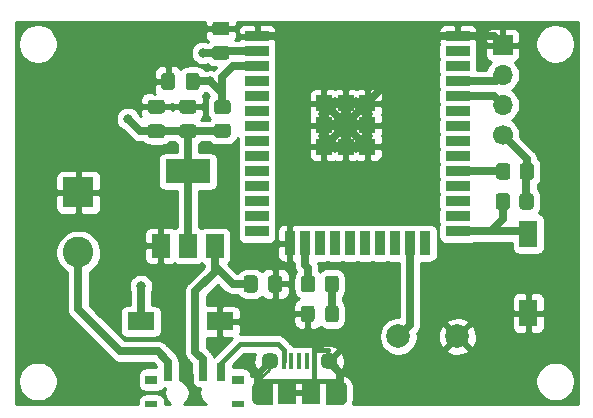
<source format=gtl>
G04 #@! TF.GenerationSoftware,KiCad,Pcbnew,(5.1.9)-1*
G04 #@! TF.CreationDate,2021-04-12T15:07:13+02:00*
G04 #@! TF.ProjectId,eerste_versie,65657273-7465-45f7-9665-727369652e6b,rev?*
G04 #@! TF.SameCoordinates,Original*
G04 #@! TF.FileFunction,Copper,L1,Top*
G04 #@! TF.FilePolarity,Positive*
%FSLAX46Y46*%
G04 Gerber Fmt 4.6, Leading zero omitted, Abs format (unit mm)*
G04 Created by KiCad (PCBNEW (5.1.9)-1) date 2021-04-12 15:07:13*
%MOMM*%
%LPD*%
G01*
G04 APERTURE LIST*
G04 #@! TA.AperFunction,EtchedComponent*
%ADD10C,0.000100*%
G04 #@! TD*
G04 #@! TA.AperFunction,SMDPad,CuDef*
%ADD11R,0.998220X0.797560*%
G04 #@! TD*
G04 #@! TA.AperFunction,SMDPad,CuDef*
%ADD12R,0.998220X0.599440*%
G04 #@! TD*
G04 #@! TA.AperFunction,SMDPad,CuDef*
%ADD13R,0.698500X1.498600*%
G04 #@! TD*
G04 #@! TA.AperFunction,ComponentPad*
%ADD14R,2.600000X2.600000*%
G04 #@! TD*
G04 #@! TA.AperFunction,ComponentPad*
%ADD15C,2.600000*%
G04 #@! TD*
G04 #@! TA.AperFunction,ComponentPad*
%ADD16R,1.700000X1.700000*%
G04 #@! TD*
G04 #@! TA.AperFunction,ComponentPad*
%ADD17O,1.700000X1.700000*%
G04 #@! TD*
G04 #@! TA.AperFunction,ComponentPad*
%ADD18C,1.700000*%
G04 #@! TD*
G04 #@! TA.AperFunction,SMDPad,CuDef*
%ADD19R,0.400000X1.350000*%
G04 #@! TD*
G04 #@! TA.AperFunction,ComponentPad*
%ADD20C,1.450000*%
G04 #@! TD*
G04 #@! TA.AperFunction,SMDPad,CuDef*
%ADD21R,1.500000X1.900000*%
G04 #@! TD*
G04 #@! TA.AperFunction,ComponentPad*
%ADD22O,0.950000X1.900000*%
G04 #@! TD*
G04 #@! TA.AperFunction,SMDPad,CuDef*
%ADD23R,2.300000X1.500000*%
G04 #@! TD*
G04 #@! TA.AperFunction,SMDPad,CuDef*
%ADD24R,1.500000X2.300000*%
G04 #@! TD*
G04 #@! TA.AperFunction,ComponentPad*
%ADD25C,2.000000*%
G04 #@! TD*
G04 #@! TA.AperFunction,SMDPad,CuDef*
%ADD26R,3.800000X2.000000*%
G04 #@! TD*
G04 #@! TA.AperFunction,SMDPad,CuDef*
%ADD27R,1.500000X2.000000*%
G04 #@! TD*
G04 #@! TA.AperFunction,SMDPad,CuDef*
%ADD28R,2.000000X0.900000*%
G04 #@! TD*
G04 #@! TA.AperFunction,SMDPad,CuDef*
%ADD29R,0.900000X2.000000*%
G04 #@! TD*
G04 #@! TA.AperFunction,SMDPad,CuDef*
%ADD30R,1.330000X1.330000*%
G04 #@! TD*
G04 #@! TA.AperFunction,ComponentPad*
%ADD31C,1.000000*%
G04 #@! TD*
G04 #@! TA.AperFunction,ViaPad*
%ADD32C,0.800000*%
G04 #@! TD*
G04 #@! TA.AperFunction,Conductor*
%ADD33C,0.400000*%
G04 #@! TD*
G04 #@! TA.AperFunction,Conductor*
%ADD34C,0.254000*%
G04 #@! TD*
G04 #@! TA.AperFunction,Conductor*
%ADD35C,0.635000*%
G04 #@! TD*
G04 #@! TA.AperFunction,Conductor*
%ADD36C,0.100000*%
G04 #@! TD*
G04 APERTURE END LIST*
D10*
G36*
X131653400Y-135905200D02*
G01*
X132853400Y-135905200D01*
X132853400Y-137805200D01*
X131653400Y-137805200D01*
X131628540Y-137804549D01*
X131603749Y-137802598D01*
X131579094Y-137799352D01*
X131554642Y-137794820D01*
X131530461Y-137789015D01*
X131506617Y-137781952D01*
X131483175Y-137773651D01*
X131460200Y-137764134D01*
X131437755Y-137753428D01*
X131415900Y-137741562D01*
X131394696Y-137728569D01*
X131374202Y-137714483D01*
X131354473Y-137699344D01*
X131335563Y-137683194D01*
X131317524Y-137666076D01*
X131300406Y-137648037D01*
X131284256Y-137629127D01*
X131269117Y-137609398D01*
X131255031Y-137588904D01*
X131242038Y-137567700D01*
X131230172Y-137545845D01*
X131219466Y-137523400D01*
X131209949Y-137500425D01*
X131201648Y-137476983D01*
X131194585Y-137453139D01*
X131188780Y-137428958D01*
X131184248Y-137404506D01*
X131181002Y-137379851D01*
X131179051Y-137355060D01*
X131178400Y-137330200D01*
X131178400Y-136380200D01*
X131179051Y-136355340D01*
X131181002Y-136330549D01*
X131184248Y-136305894D01*
X131188780Y-136281442D01*
X131194585Y-136257261D01*
X131201648Y-136233417D01*
X131209949Y-136209975D01*
X131219466Y-136187000D01*
X131230172Y-136164555D01*
X131242038Y-136142700D01*
X131255031Y-136121496D01*
X131269117Y-136101002D01*
X131284256Y-136081273D01*
X131300406Y-136062363D01*
X131317524Y-136044324D01*
X131335563Y-136027206D01*
X131354473Y-136011056D01*
X131374202Y-135995917D01*
X131394696Y-135981831D01*
X131415900Y-135968838D01*
X131437755Y-135956972D01*
X131460200Y-135946266D01*
X131483175Y-135936749D01*
X131506617Y-135928448D01*
X131530461Y-135921385D01*
X131554642Y-135915580D01*
X131579094Y-135911048D01*
X131603749Y-135907802D01*
X131628540Y-135905851D01*
X131653400Y-135905200D01*
G37*
X131653400Y-135905200D02*
X132853400Y-135905200D01*
X132853400Y-137805200D01*
X131653400Y-137805200D01*
X131628540Y-137804549D01*
X131603749Y-137802598D01*
X131579094Y-137799352D01*
X131554642Y-137794820D01*
X131530461Y-137789015D01*
X131506617Y-137781952D01*
X131483175Y-137773651D01*
X131460200Y-137764134D01*
X131437755Y-137753428D01*
X131415900Y-137741562D01*
X131394696Y-137728569D01*
X131374202Y-137714483D01*
X131354473Y-137699344D01*
X131335563Y-137683194D01*
X131317524Y-137666076D01*
X131300406Y-137648037D01*
X131284256Y-137629127D01*
X131269117Y-137609398D01*
X131255031Y-137588904D01*
X131242038Y-137567700D01*
X131230172Y-137545845D01*
X131219466Y-137523400D01*
X131209949Y-137500425D01*
X131201648Y-137476983D01*
X131194585Y-137453139D01*
X131188780Y-137428958D01*
X131184248Y-137404506D01*
X131181002Y-137379851D01*
X131179051Y-137355060D01*
X131178400Y-137330200D01*
X131178400Y-136380200D01*
X131179051Y-136355340D01*
X131181002Y-136330549D01*
X131184248Y-136305894D01*
X131188780Y-136281442D01*
X131194585Y-136257261D01*
X131201648Y-136233417D01*
X131209949Y-136209975D01*
X131219466Y-136187000D01*
X131230172Y-136164555D01*
X131242038Y-136142700D01*
X131255031Y-136121496D01*
X131269117Y-136101002D01*
X131284256Y-136081273D01*
X131300406Y-136062363D01*
X131317524Y-136044324D01*
X131335563Y-136027206D01*
X131354473Y-136011056D01*
X131374202Y-135995917D01*
X131394696Y-135981831D01*
X131415900Y-135968838D01*
X131437755Y-135956972D01*
X131460200Y-135946266D01*
X131483175Y-135936749D01*
X131506617Y-135928448D01*
X131530461Y-135921385D01*
X131554642Y-135915580D01*
X131579094Y-135911048D01*
X131603749Y-135907802D01*
X131628540Y-135905851D01*
X131653400Y-135905200D01*
G36*
X138653400Y-135905200D02*
G01*
X137453400Y-135905200D01*
X137453400Y-137805200D01*
X138653400Y-137805200D01*
X138678260Y-137804549D01*
X138703051Y-137802598D01*
X138727706Y-137799352D01*
X138752158Y-137794820D01*
X138776339Y-137789015D01*
X138800183Y-137781952D01*
X138823625Y-137773651D01*
X138846600Y-137764134D01*
X138869045Y-137753428D01*
X138890900Y-137741562D01*
X138912104Y-137728569D01*
X138932598Y-137714483D01*
X138952327Y-137699344D01*
X138971237Y-137683194D01*
X138989276Y-137666076D01*
X139006394Y-137648037D01*
X139022544Y-137629127D01*
X139037683Y-137609398D01*
X139051769Y-137588904D01*
X139064762Y-137567700D01*
X139076628Y-137545845D01*
X139087334Y-137523400D01*
X139096851Y-137500425D01*
X139105152Y-137476983D01*
X139112215Y-137453139D01*
X139118020Y-137428958D01*
X139122552Y-137404506D01*
X139125798Y-137379851D01*
X139127749Y-137355060D01*
X139128400Y-137330200D01*
X139128400Y-136380200D01*
X139127749Y-136355340D01*
X139125798Y-136330549D01*
X139122552Y-136305894D01*
X139118020Y-136281442D01*
X139112215Y-136257261D01*
X139105152Y-136233417D01*
X139096851Y-136209975D01*
X139087334Y-136187000D01*
X139076628Y-136164555D01*
X139064762Y-136142700D01*
X139051769Y-136121496D01*
X139037683Y-136101002D01*
X139022544Y-136081273D01*
X139006394Y-136062363D01*
X138989276Y-136044324D01*
X138971237Y-136027206D01*
X138952327Y-136011056D01*
X138932598Y-135995917D01*
X138912104Y-135981831D01*
X138890900Y-135968838D01*
X138869045Y-135956972D01*
X138846600Y-135946266D01*
X138823625Y-135936749D01*
X138800183Y-135928448D01*
X138776339Y-135921385D01*
X138752158Y-135915580D01*
X138727706Y-135911048D01*
X138703051Y-135907802D01*
X138678260Y-135905851D01*
X138653400Y-135905200D01*
G37*
X138653400Y-135905200D02*
X137453400Y-135905200D01*
X137453400Y-137805200D01*
X138653400Y-137805200D01*
X138678260Y-137804549D01*
X138703051Y-137802598D01*
X138727706Y-137799352D01*
X138752158Y-137794820D01*
X138776339Y-137789015D01*
X138800183Y-137781952D01*
X138823625Y-137773651D01*
X138846600Y-137764134D01*
X138869045Y-137753428D01*
X138890900Y-137741562D01*
X138912104Y-137728569D01*
X138932598Y-137714483D01*
X138952327Y-137699344D01*
X138971237Y-137683194D01*
X138989276Y-137666076D01*
X139006394Y-137648037D01*
X139022544Y-137629127D01*
X139037683Y-137609398D01*
X139051769Y-137588904D01*
X139064762Y-137567700D01*
X139076628Y-137545845D01*
X139087334Y-137523400D01*
X139096851Y-137500425D01*
X139105152Y-137476983D01*
X139112215Y-137453139D01*
X139118020Y-137428958D01*
X139122552Y-137404506D01*
X139125798Y-137379851D01*
X139127749Y-137355060D01*
X139128400Y-137330200D01*
X139128400Y-136380200D01*
X139127749Y-136355340D01*
X139125798Y-136330549D01*
X139122552Y-136305894D01*
X139118020Y-136281442D01*
X139112215Y-136257261D01*
X139105152Y-136233417D01*
X139096851Y-136209975D01*
X139087334Y-136187000D01*
X139076628Y-136164555D01*
X139064762Y-136142700D01*
X139051769Y-136121496D01*
X139037683Y-136101002D01*
X139022544Y-136081273D01*
X139006394Y-136062363D01*
X138989276Y-136044324D01*
X138971237Y-136027206D01*
X138952327Y-136011056D01*
X138932598Y-135995917D01*
X138912104Y-135981831D01*
X138890900Y-135968838D01*
X138869045Y-135956972D01*
X138846600Y-135946266D01*
X138823625Y-135936749D01*
X138800183Y-135928448D01*
X138776339Y-135921385D01*
X138752158Y-135915580D01*
X138727706Y-135911048D01*
X138703051Y-135907802D01*
X138678260Y-135905851D01*
X138653400Y-135905200D01*
D11*
X122651520Y-135742680D03*
D12*
X122651520Y-137840720D03*
D11*
X129951480Y-135742680D03*
D12*
X129951480Y-137840720D03*
D13*
X124053600Y-135094980D03*
X127050800Y-135094980D03*
X128549400Y-135094980D03*
G04 #@! TA.AperFunction,SMDPad,CuDef*
G36*
G01*
X153032000Y-117659999D02*
X153032000Y-118560001D01*
G75*
G02*
X152782001Y-118810000I-249999J0D01*
G01*
X152081999Y-118810000D01*
G75*
G02*
X151832000Y-118560001I0J249999D01*
G01*
X151832000Y-117659999D01*
G75*
G02*
X152081999Y-117410000I249999J0D01*
G01*
X152782001Y-117410000D01*
G75*
G02*
X153032000Y-117659999I0J-249999D01*
G01*
G37*
G04 #@! TD.AperFunction*
G04 #@! TA.AperFunction,SMDPad,CuDef*
G36*
G01*
X155032000Y-117659999D02*
X155032000Y-118560001D01*
G75*
G02*
X154782001Y-118810000I-249999J0D01*
G01*
X154081999Y-118810000D01*
G75*
G02*
X153832000Y-118560001I0J249999D01*
G01*
X153832000Y-117659999D01*
G75*
G02*
X154081999Y-117410000I249999J0D01*
G01*
X154782001Y-117410000D01*
G75*
G02*
X155032000Y-117659999I0J-249999D01*
G01*
G37*
G04 #@! TD.AperFunction*
D14*
X116459000Y-119888000D03*
D15*
X116459000Y-124968000D03*
D16*
X152400000Y-107410000D03*
D17*
X152400000Y-109950000D03*
X152400000Y-112490000D03*
D18*
X152400000Y-115030000D03*
G04 #@! TA.AperFunction,SMDPad,CuDef*
G36*
G01*
X125255000Y-114115000D02*
X126205000Y-114115000D01*
G75*
G02*
X126455000Y-114365000I0J-250000D01*
G01*
X126455000Y-115040000D01*
G75*
G02*
X126205000Y-115290000I-250000J0D01*
G01*
X125255000Y-115290000D01*
G75*
G02*
X125005000Y-115040000I0J250000D01*
G01*
X125005000Y-114365000D01*
G75*
G02*
X125255000Y-114115000I250000J0D01*
G01*
G37*
G04 #@! TD.AperFunction*
G04 #@! TA.AperFunction,SMDPad,CuDef*
G36*
G01*
X125255000Y-112040000D02*
X126205000Y-112040000D01*
G75*
G02*
X126455000Y-112290000I0J-250000D01*
G01*
X126455000Y-112965000D01*
G75*
G02*
X126205000Y-113215000I-250000J0D01*
G01*
X125255000Y-113215000D01*
G75*
G02*
X125005000Y-112965000I0J250000D01*
G01*
X125005000Y-112290000D01*
G75*
G02*
X125255000Y-112040000I250000J0D01*
G01*
G37*
G04 #@! TD.AperFunction*
G04 #@! TA.AperFunction,SMDPad,CuDef*
G36*
G01*
X123538000Y-113215000D02*
X122588000Y-113215000D01*
G75*
G02*
X122338000Y-112965000I0J250000D01*
G01*
X122338000Y-112290000D01*
G75*
G02*
X122588000Y-112040000I250000J0D01*
G01*
X123538000Y-112040000D01*
G75*
G02*
X123788000Y-112290000I0J-250000D01*
G01*
X123788000Y-112965000D01*
G75*
G02*
X123538000Y-113215000I-250000J0D01*
G01*
G37*
G04 #@! TD.AperFunction*
G04 #@! TA.AperFunction,SMDPad,CuDef*
G36*
G01*
X123538000Y-115290000D02*
X122588000Y-115290000D01*
G75*
G02*
X122338000Y-115040000I0J250000D01*
G01*
X122338000Y-114365000D01*
G75*
G02*
X122588000Y-114115000I250000J0D01*
G01*
X123538000Y-114115000D01*
G75*
G02*
X123788000Y-114365000I0J-250000D01*
G01*
X123788000Y-115040000D01*
G75*
G02*
X123538000Y-115290000I-250000J0D01*
G01*
G37*
G04 #@! TD.AperFunction*
D19*
X136453400Y-134180200D03*
X135803400Y-134180200D03*
X135153400Y-134180200D03*
X134503400Y-134180200D03*
X133853400Y-134180200D03*
D20*
X137653400Y-134155200D03*
X132653400Y-134155200D03*
D21*
X136153400Y-136855200D03*
X134153400Y-136855200D03*
D22*
X138653400Y-136855200D03*
X131653400Y-136855200D03*
D23*
X128445000Y-130810000D03*
X121745000Y-130810000D03*
D24*
X154559000Y-123396000D03*
X154559000Y-130096000D03*
G04 #@! TA.AperFunction,SMDPad,CuDef*
G36*
G01*
X136506000Y-127184999D02*
X136506000Y-128085001D01*
G75*
G02*
X136256001Y-128335000I-249999J0D01*
G01*
X135555999Y-128335000D01*
G75*
G02*
X135306000Y-128085001I0J249999D01*
G01*
X135306000Y-127184999D01*
G75*
G02*
X135555999Y-126935000I249999J0D01*
G01*
X136256001Y-126935000D01*
G75*
G02*
X136506000Y-127184999I0J-249999D01*
G01*
G37*
G04 #@! TD.AperFunction*
G04 #@! TA.AperFunction,SMDPad,CuDef*
G36*
G01*
X138506000Y-127184999D02*
X138506000Y-128085001D01*
G75*
G02*
X138256001Y-128335000I-249999J0D01*
G01*
X137555999Y-128335000D01*
G75*
G02*
X137306000Y-128085001I0J249999D01*
G01*
X137306000Y-127184999D01*
G75*
G02*
X137555999Y-126935000I249999J0D01*
G01*
X138256001Y-126935000D01*
G75*
G02*
X138506000Y-127184999I0J-249999D01*
G01*
G37*
G04 #@! TD.AperFunction*
G04 #@! TA.AperFunction,SMDPad,CuDef*
G36*
G01*
X137356000Y-130625001D02*
X137356000Y-129724999D01*
G75*
G02*
X137605999Y-129475000I249999J0D01*
G01*
X138256001Y-129475000D01*
G75*
G02*
X138506000Y-129724999I0J-249999D01*
G01*
X138506000Y-130625001D01*
G75*
G02*
X138256001Y-130875000I-249999J0D01*
G01*
X137605999Y-130875000D01*
G75*
G02*
X137356000Y-130625001I0J249999D01*
G01*
G37*
G04 #@! TD.AperFunction*
G04 #@! TA.AperFunction,SMDPad,CuDef*
G36*
G01*
X135306000Y-130625001D02*
X135306000Y-129724999D01*
G75*
G02*
X135555999Y-129475000I249999J0D01*
G01*
X136206001Y-129475000D01*
G75*
G02*
X136456000Y-129724999I0J-249999D01*
G01*
X136456000Y-130625001D01*
G75*
G02*
X136206001Y-130875000I-249999J0D01*
G01*
X135555999Y-130875000D01*
G75*
G02*
X135306000Y-130625001I0J249999D01*
G01*
G37*
G04 #@! TD.AperFunction*
D25*
X148550000Y-132080000D03*
X143550000Y-132080000D03*
G04 #@! TA.AperFunction,SMDPad,CuDef*
G36*
G01*
X126720000Y-110015000D02*
X126720000Y-110965000D01*
G75*
G02*
X126470000Y-111215000I-250000J0D01*
G01*
X125795000Y-111215000D01*
G75*
G02*
X125545000Y-110965000I0J250000D01*
G01*
X125545000Y-110015000D01*
G75*
G02*
X125795000Y-109765000I250000J0D01*
G01*
X126470000Y-109765000D01*
G75*
G02*
X126720000Y-110015000I0J-250000D01*
G01*
G37*
G04 #@! TD.AperFunction*
G04 #@! TA.AperFunction,SMDPad,CuDef*
G36*
G01*
X124645000Y-110015000D02*
X124645000Y-110965000D01*
G75*
G02*
X124395000Y-111215000I-250000J0D01*
G01*
X123720000Y-111215000D01*
G75*
G02*
X123470000Y-110965000I0J250000D01*
G01*
X123470000Y-110015000D01*
G75*
G02*
X123720000Y-109765000I250000J0D01*
G01*
X124395000Y-109765000D01*
G75*
G02*
X124645000Y-110015000I0J-250000D01*
G01*
G37*
G04 #@! TD.AperFunction*
G04 #@! TA.AperFunction,SMDPad,CuDef*
G36*
G01*
X153000000Y-120199999D02*
X153000000Y-121100001D01*
G75*
G02*
X152750001Y-121350000I-249999J0D01*
G01*
X152049999Y-121350000D01*
G75*
G02*
X151800000Y-121100001I0J249999D01*
G01*
X151800000Y-120199999D01*
G75*
G02*
X152049999Y-119950000I249999J0D01*
G01*
X152750001Y-119950000D01*
G75*
G02*
X153000000Y-120199999I0J-249999D01*
G01*
G37*
G04 #@! TD.AperFunction*
G04 #@! TA.AperFunction,SMDPad,CuDef*
G36*
G01*
X155000000Y-120199999D02*
X155000000Y-121100001D01*
G75*
G02*
X154750001Y-121350000I-249999J0D01*
G01*
X154049999Y-121350000D01*
G75*
G02*
X153800000Y-121100001I0J249999D01*
G01*
X153800000Y-120199999D01*
G75*
G02*
X154049999Y-119950000I249999J0D01*
G01*
X154750001Y-119950000D01*
G75*
G02*
X155000000Y-120199999I0J-249999D01*
G01*
G37*
G04 #@! TD.AperFunction*
G04 #@! TA.AperFunction,SMDPad,CuDef*
G36*
G01*
X128049000Y-107489500D02*
X128999000Y-107489500D01*
G75*
G02*
X129249000Y-107739500I0J-250000D01*
G01*
X129249000Y-108414500D01*
G75*
G02*
X128999000Y-108664500I-250000J0D01*
G01*
X128049000Y-108664500D01*
G75*
G02*
X127799000Y-108414500I0J250000D01*
G01*
X127799000Y-107739500D01*
G75*
G02*
X128049000Y-107489500I250000J0D01*
G01*
G37*
G04 #@! TD.AperFunction*
G04 #@! TA.AperFunction,SMDPad,CuDef*
G36*
G01*
X128049000Y-105414500D02*
X128999000Y-105414500D01*
G75*
G02*
X129249000Y-105664500I0J-250000D01*
G01*
X129249000Y-106339500D01*
G75*
G02*
X128999000Y-106589500I-250000J0D01*
G01*
X128049000Y-106589500D01*
G75*
G02*
X127799000Y-106339500I0J250000D01*
G01*
X127799000Y-105664500D01*
G75*
G02*
X128049000Y-105414500I250000J0D01*
G01*
G37*
G04 #@! TD.AperFunction*
G04 #@! TA.AperFunction,SMDPad,CuDef*
G36*
G01*
X130455000Y-128110000D02*
X130455000Y-127160000D01*
G75*
G02*
X130705000Y-126910000I250000J0D01*
G01*
X131380000Y-126910000D01*
G75*
G02*
X131630000Y-127160000I0J-250000D01*
G01*
X131630000Y-128110000D01*
G75*
G02*
X131380000Y-128360000I-250000J0D01*
G01*
X130705000Y-128360000D01*
G75*
G02*
X130455000Y-128110000I0J250000D01*
G01*
G37*
G04 #@! TD.AperFunction*
G04 #@! TA.AperFunction,SMDPad,CuDef*
G36*
G01*
X132530000Y-128110000D02*
X132530000Y-127160000D01*
G75*
G02*
X132780000Y-126910000I250000J0D01*
G01*
X133455000Y-126910000D01*
G75*
G02*
X133705000Y-127160000I0J-250000D01*
G01*
X133705000Y-128110000D01*
G75*
G02*
X133455000Y-128360000I-250000J0D01*
G01*
X132780000Y-128360000D01*
G75*
G02*
X132530000Y-128110000I0J250000D01*
G01*
G37*
G04 #@! TD.AperFunction*
D26*
X125730000Y-118110000D03*
D27*
X125730000Y-124410000D03*
X128030000Y-124410000D03*
X123430000Y-124410000D03*
D28*
X131590000Y-123190000D03*
X131590000Y-121920000D03*
X131590000Y-120650000D03*
X131590000Y-119380000D03*
X131590000Y-118110000D03*
X131590000Y-116840000D03*
X131590000Y-115570000D03*
X131590000Y-114300000D03*
X131590000Y-113030000D03*
X131590000Y-111760000D03*
X131590000Y-110490000D03*
X131590000Y-109220000D03*
X131590000Y-107950000D03*
X131590000Y-106680000D03*
X148590000Y-123190000D03*
X148590000Y-121920000D03*
X148590000Y-120650000D03*
X148590000Y-119380000D03*
X148590000Y-118110000D03*
X148590000Y-116840000D03*
X148590000Y-115570000D03*
X148590000Y-114300000D03*
X148590000Y-113030000D03*
X148590000Y-111760000D03*
X148590000Y-110490000D03*
X148590000Y-109220000D03*
X148590000Y-107950000D03*
X148590000Y-106680000D03*
D29*
X140725000Y-124190000D03*
X141995000Y-124190000D03*
X143265000Y-124190000D03*
X144535000Y-124190000D03*
X145805000Y-124190000D03*
X139455000Y-124190000D03*
X138185000Y-124190000D03*
X136915000Y-124190000D03*
X135645000Y-124190000D03*
X134375000Y-124190000D03*
D30*
X139090000Y-114180000D03*
X137255000Y-114180000D03*
X140925000Y-114180000D03*
X139090000Y-112345000D03*
X137255000Y-112345000D03*
X140925000Y-112345000D03*
X139090000Y-116015000D03*
X137255000Y-116015000D03*
X140925000Y-116015000D03*
D31*
X139090000Y-113262500D03*
X137255000Y-113262500D03*
X140925000Y-113262500D03*
X137255000Y-115097500D03*
X139090000Y-115097500D03*
X140925000Y-115097500D03*
X138172500Y-114180000D03*
X140007500Y-114180000D03*
X138172500Y-112345000D03*
X140007500Y-112345000D03*
X138172500Y-116015000D03*
X140007500Y-116015000D03*
G04 #@! TA.AperFunction,SMDPad,CuDef*
G36*
G01*
X129101001Y-113265000D02*
X128200999Y-113265000D01*
G75*
G02*
X127951000Y-113015001I0J249999D01*
G01*
X127951000Y-112314999D01*
G75*
G02*
X128200999Y-112065000I249999J0D01*
G01*
X129101001Y-112065000D01*
G75*
G02*
X129351000Y-112314999I0J-249999D01*
G01*
X129351000Y-113015001D01*
G75*
G02*
X129101001Y-113265000I-249999J0D01*
G01*
G37*
G04 #@! TD.AperFunction*
G04 #@! TA.AperFunction,SMDPad,CuDef*
G36*
G01*
X129101001Y-115265000D02*
X128200999Y-115265000D01*
G75*
G02*
X127951000Y-115015001I0J249999D01*
G01*
X127951000Y-114314999D01*
G75*
G02*
X128200999Y-114065000I249999J0D01*
G01*
X129101001Y-114065000D01*
G75*
G02*
X129351000Y-114314999I0J-249999D01*
G01*
X129351000Y-115015001D01*
G75*
G02*
X129101001Y-115265000I-249999J0D01*
G01*
G37*
G04 #@! TD.AperFunction*
D32*
X120650000Y-113665000D03*
X127000000Y-108077000D03*
X127635000Y-110490000D03*
X121745000Y-127810000D03*
D33*
X136128000Y-135890000D02*
X134128000Y-135890000D01*
X134128000Y-135890000D02*
X131628000Y-135890000D01*
X136428000Y-135590000D02*
X136428000Y-133215000D01*
D34*
X136128000Y-135890000D02*
X136428000Y-135590000D01*
X136453000Y-133190000D02*
X136428000Y-133215000D01*
D33*
X137628000Y-133190000D02*
X136453000Y-133190000D01*
X138628000Y-135890000D02*
X136128000Y-135890000D01*
D35*
X137255000Y-112345000D02*
X140925000Y-112345000D01*
X140925000Y-112345000D02*
X140925000Y-116015000D01*
X140925000Y-116015000D02*
X137255000Y-116015000D01*
X137255000Y-116015000D02*
X137255000Y-112345000D01*
X137255000Y-116015000D02*
X140925000Y-112345000D01*
X140925000Y-116015000D02*
X137255000Y-112345000D01*
X137255000Y-114180000D02*
X140925000Y-114180000D01*
X139090000Y-116015000D02*
X139090000Y-112345000D01*
X146590000Y-106680000D02*
X140925000Y-112345000D01*
X148590000Y-106680000D02*
X146590000Y-106680000D01*
X151670000Y-106680000D02*
X148590000Y-106680000D01*
X152400000Y-107410000D02*
X151670000Y-106680000D01*
D34*
X132628000Y-134890000D02*
X131628000Y-135890000D01*
D35*
X131590000Y-106680000D02*
X148590000Y-106680000D01*
D34*
X132628000Y-134180600D02*
X132653400Y-134155200D01*
X132628000Y-134890000D02*
X132628000Y-134180600D01*
X134153400Y-135915400D02*
X134128000Y-135890000D01*
X134153400Y-136855200D02*
X134153400Y-135915400D01*
D35*
X138653400Y-135155200D02*
X137653400Y-134155200D01*
X138653400Y-136855200D02*
X138653400Y-135155200D01*
X131653400Y-136855200D02*
X131653400Y-135463400D01*
X151384000Y-123190000D02*
X150241000Y-123190000D01*
X152400000Y-122174000D02*
X151384000Y-123190000D01*
X152400000Y-120650000D02*
X152400000Y-122174000D01*
X150241000Y-123190000D02*
X150495000Y-123190000D01*
X148590000Y-123190000D02*
X150241000Y-123190000D01*
X154353000Y-123190000D02*
X154559000Y-123396000D01*
X151384000Y-123190000D02*
X154353000Y-123190000D01*
X128672500Y-107950000D02*
X131590000Y-107950000D01*
X123063000Y-114702500D02*
X128613500Y-114702500D01*
X125730000Y-118110000D02*
X125730000Y-114702500D01*
X125730000Y-124410000D02*
X125730000Y-118110000D01*
X123063000Y-114702500D02*
X121687500Y-114702500D01*
X121687500Y-114702500D02*
X120650000Y-113665000D01*
X120650000Y-113665000D02*
X120650000Y-113665000D01*
X128524000Y-108077000D02*
X127000000Y-108077000D01*
X127000000Y-108077000D02*
X127000000Y-108077000D01*
X154400000Y-118142000D02*
X154432000Y-118110000D01*
X154400000Y-120650000D02*
X154400000Y-118142000D01*
X154432000Y-117062000D02*
X152400000Y-115030000D01*
X154432000Y-118110000D02*
X154432000Y-117062000D01*
X126987300Y-134632700D02*
X127000000Y-134620000D01*
X128143000Y-124523000D02*
X128030000Y-124410000D01*
X128030000Y-126125000D02*
X128030000Y-124410000D01*
X129540000Y-127635000D02*
X128030000Y-126125000D01*
X131042500Y-127635000D02*
X129540000Y-127635000D01*
X126987300Y-135158480D02*
X126987300Y-134632700D01*
X126365000Y-128270000D02*
X128030000Y-126605000D01*
X126365000Y-133375400D02*
X126365000Y-128270000D01*
X126987300Y-133997700D02*
X126365000Y-133375400D01*
X128030000Y-126605000D02*
X128030000Y-126125000D01*
X126987300Y-135158480D02*
X126987300Y-133997700D01*
X121745000Y-130810000D02*
X121745000Y-127810000D01*
X121745000Y-127810000D02*
X121745000Y-127810000D01*
X127635000Y-110490000D02*
X127635000Y-110490000D01*
X121745000Y-127810000D02*
X121745000Y-127810000D01*
X129540000Y-109220000D02*
X131590000Y-109220000D01*
X128651000Y-110109000D02*
X129540000Y-109220000D01*
X127635000Y-110490000D02*
X128651000Y-111506000D01*
X126132500Y-110490000D02*
X127635000Y-110490000D01*
X128651000Y-111506000D02*
X128651000Y-110109000D01*
X128651000Y-112665000D02*
X128651000Y-111506000D01*
X144535000Y-131095000D02*
X143550000Y-132080000D01*
X144535000Y-124190000D02*
X144535000Y-131095000D01*
X137906000Y-130150000D02*
X137931000Y-130175000D01*
X137906000Y-127635000D02*
X137906000Y-130150000D01*
X135645000Y-124190000D02*
X135645000Y-125993000D01*
X135906000Y-126254000D02*
X135906000Y-127635000D01*
X135645000Y-125993000D02*
X135906000Y-126254000D01*
X151860000Y-110490000D02*
X148590000Y-110490000D01*
X152400000Y-109950000D02*
X151860000Y-110490000D01*
X151670000Y-111760000D02*
X148590000Y-111760000D01*
X152400000Y-112490000D02*
X151670000Y-111760000D01*
D33*
X128485900Y-135158480D02*
X128485900Y-134404100D01*
D34*
X128549400Y-135094980D02*
X128549400Y-134340600D01*
D33*
X128549400Y-134340600D02*
X130175000Y-132715000D01*
X133853400Y-134180200D02*
X133853400Y-133218400D01*
X133853400Y-133218400D02*
X133350000Y-132715000D01*
X130175000Y-132715000D02*
X133350000Y-132715000D01*
D35*
X116459000Y-129794000D02*
X116459000Y-124968000D01*
X120015000Y-133350000D02*
X116459000Y-129794000D01*
X123190000Y-133350000D02*
X120015000Y-133350000D01*
X124053600Y-134213600D02*
X123190000Y-133350000D01*
X124053600Y-135094980D02*
X124053600Y-134213600D01*
X148590000Y-118110000D02*
X152432000Y-118110000D01*
D34*
X127164000Y-105716250D02*
X127322750Y-105875000D01*
X128397000Y-105875000D01*
X128397000Y-105855000D01*
X128651000Y-105855000D01*
X128651000Y-105875000D01*
X129725250Y-105875000D01*
X129884000Y-105716250D01*
X129886863Y-105435000D01*
X158725001Y-105435000D01*
X158725000Y-137770000D01*
X139674584Y-137770000D01*
X139717295Y-137671310D01*
X139763400Y-137457200D01*
X139763400Y-137337351D01*
X139763450Y-137330200D01*
X139763450Y-136380200D01*
X139763400Y-136379690D01*
X139763400Y-136372477D01*
X139763403Y-136372442D01*
X139763400Y-136372286D01*
X139763400Y-136253200D01*
X139717295Y-136039090D01*
X139630305Y-135838089D01*
X139551476Y-135724042D01*
X155160000Y-135724042D01*
X155160000Y-136055958D01*
X155224754Y-136381496D01*
X155351772Y-136688147D01*
X155536175Y-136964125D01*
X155770875Y-137198825D01*
X156046853Y-137383228D01*
X156353504Y-137510246D01*
X156679042Y-137575000D01*
X157010958Y-137575000D01*
X157336496Y-137510246D01*
X157643147Y-137383228D01*
X157919125Y-137198825D01*
X158153825Y-136964125D01*
X158338228Y-136688147D01*
X158465246Y-136381496D01*
X158530000Y-136055958D01*
X158530000Y-135724042D01*
X158465246Y-135398504D01*
X158338228Y-135091853D01*
X158153825Y-134815875D01*
X157919125Y-134581175D01*
X157643147Y-134396772D01*
X157336496Y-134269754D01*
X157010958Y-134205000D01*
X156679042Y-134205000D01*
X156353504Y-134269754D01*
X156046853Y-134396772D01*
X155770875Y-134581175D01*
X155536175Y-134815875D01*
X155351772Y-135091853D01*
X155224754Y-135398504D01*
X155160000Y-135724042D01*
X139551476Y-135724042D01*
X139505773Y-135657921D01*
X139348485Y-135505510D01*
X139164486Y-135386713D01*
X139097701Y-135362969D01*
X139089633Y-135359560D01*
X139066658Y-135350043D01*
X139054945Y-135346484D01*
X139043941Y-135341141D01*
X139035603Y-135338122D01*
X139012161Y-135329822D01*
X139000296Y-135326886D01*
X138989033Y-135322128D01*
X138980549Y-135319550D01*
X138956705Y-135312487D01*
X138954538Y-135312070D01*
X138951338Y-135310932D01*
X138950779Y-135311346D01*
X138944689Y-135310173D01*
X138933188Y-135306010D01*
X138924580Y-135303879D01*
X138900399Y-135298074D01*
X138888290Y-135296394D01*
X138876596Y-135292841D01*
X138867888Y-135291164D01*
X138843437Y-135286632D01*
X138831252Y-135285587D01*
X138819383Y-135282650D01*
X138810600Y-135281431D01*
X138785944Y-135278185D01*
X138780402Y-135278001D01*
X138780402Y-135270200D01*
X138660551Y-135270200D01*
X138653400Y-135270150D01*
X138366434Y-135270150D01*
X138412928Y-135094333D01*
X137653400Y-134334805D01*
X137639258Y-134348948D01*
X137459653Y-134169343D01*
X137473795Y-134155200D01*
X137833005Y-134155200D01*
X138592533Y-134914728D01*
X138828850Y-134852235D01*
X138942250Y-134609522D01*
X139006119Y-134349351D01*
X139018004Y-134081718D01*
X138977448Y-133816909D01*
X138886009Y-133565100D01*
X138828850Y-133458165D01*
X138592533Y-133395672D01*
X137833005Y-134155200D01*
X137473795Y-134155200D01*
X137459653Y-134141058D01*
X137639258Y-133961453D01*
X137653400Y-133975595D01*
X138412928Y-133216067D01*
X138350435Y-132979750D01*
X138107722Y-132866350D01*
X137847551Y-132802481D01*
X137579918Y-132790596D01*
X137315109Y-132831152D01*
X137063300Y-132922591D01*
X136986323Y-132963737D01*
X136906976Y-132919679D01*
X136787874Y-132881459D01*
X136685150Y-132870200D01*
X136526400Y-133028950D01*
X136526400Y-133141522D01*
X136454585Y-133054015D01*
X136357894Y-132974663D01*
X136289618Y-132938168D01*
X136221650Y-132870200D01*
X136130520Y-132880188D01*
X136127882Y-132879388D01*
X136003400Y-132867128D01*
X135603400Y-132867128D01*
X135478918Y-132879388D01*
X135478400Y-132879545D01*
X135477882Y-132879388D01*
X135353400Y-132867128D01*
X134953400Y-132867128D01*
X134828918Y-132879388D01*
X134828400Y-132879545D01*
X134827882Y-132879388D01*
X134703400Y-132867128D01*
X134612438Y-132867128D01*
X134551036Y-132752254D01*
X134520462Y-132715000D01*
X134446691Y-132625109D01*
X134414821Y-132598954D01*
X133969446Y-132153579D01*
X133943291Y-132121709D01*
X133816146Y-132017364D01*
X133671087Y-131939828D01*
X133513689Y-131892082D01*
X133391019Y-131880000D01*
X133391018Y-131880000D01*
X133350000Y-131875960D01*
X133308982Y-131880000D01*
X130216018Y-131880000D01*
X130175000Y-131875960D01*
X130144530Y-131878961D01*
X130184502Y-131804180D01*
X130220812Y-131684482D01*
X130233072Y-131560000D01*
X130230000Y-131095750D01*
X130071250Y-130937000D01*
X128572000Y-130937000D01*
X128572000Y-132036250D01*
X128730750Y-132195000D01*
X129511356Y-132197775D01*
X127949493Y-133759640D01*
X127915892Y-133777600D01*
X127907049Y-133748448D01*
X127871552Y-133631431D01*
X127783106Y-133465959D01*
X127664078Y-133320922D01*
X127627731Y-133291093D01*
X127317500Y-132980862D01*
X127317500Y-132197992D01*
X128159250Y-132195000D01*
X128318000Y-132036250D01*
X128318000Y-130937000D01*
X128298000Y-130937000D01*
X128298000Y-130875000D01*
X134667928Y-130875000D01*
X134680188Y-130999482D01*
X134716498Y-131119180D01*
X134775463Y-131229494D01*
X134854815Y-131326185D01*
X134951506Y-131405537D01*
X135061820Y-131464502D01*
X135181518Y-131500812D01*
X135306000Y-131513072D01*
X135595250Y-131510000D01*
X135754000Y-131351250D01*
X135754000Y-130302000D01*
X134829750Y-130302000D01*
X134671000Y-130460750D01*
X134667928Y-130875000D01*
X128298000Y-130875000D01*
X128298000Y-130683000D01*
X128318000Y-130683000D01*
X128318000Y-129583750D01*
X128572000Y-129583750D01*
X128572000Y-130683000D01*
X130071250Y-130683000D01*
X130230000Y-130524250D01*
X130233072Y-130060000D01*
X130220812Y-129935518D01*
X130184502Y-129815820D01*
X130125537Y-129705506D01*
X130046185Y-129608815D01*
X129949494Y-129529463D01*
X129839180Y-129470498D01*
X129719482Y-129434188D01*
X129595000Y-129421928D01*
X128730750Y-129425000D01*
X128572000Y-129583750D01*
X128318000Y-129583750D01*
X128159250Y-129425000D01*
X127317500Y-129422008D01*
X127317500Y-128664538D01*
X128270000Y-127712038D01*
X128833393Y-128275431D01*
X128863222Y-128311778D01*
X129008259Y-128430806D01*
X129173731Y-128519252D01*
X129353277Y-128573717D01*
X129539999Y-128592108D01*
X129586784Y-128587500D01*
X129958104Y-128587500D01*
X129966595Y-128603386D01*
X130077038Y-128737962D01*
X130211614Y-128848405D01*
X130365150Y-128930472D01*
X130531746Y-128981008D01*
X130705000Y-128998072D01*
X131380000Y-128998072D01*
X131553254Y-128981008D01*
X131719850Y-128930472D01*
X131873386Y-128848405D01*
X132007962Y-128737962D01*
X132013342Y-128731406D01*
X132078815Y-128811185D01*
X132175506Y-128890537D01*
X132285820Y-128949502D01*
X132405518Y-128985812D01*
X132530000Y-128998072D01*
X132831750Y-128995000D01*
X132990500Y-128836250D01*
X132990500Y-127762000D01*
X133244500Y-127762000D01*
X133244500Y-128836250D01*
X133403250Y-128995000D01*
X133705000Y-128998072D01*
X133829482Y-128985812D01*
X133949180Y-128949502D01*
X134059494Y-128890537D01*
X134156185Y-128811185D01*
X134235537Y-128714494D01*
X134294502Y-128604180D01*
X134330812Y-128484482D01*
X134343072Y-128360000D01*
X134340000Y-127920750D01*
X134181250Y-127762000D01*
X133244500Y-127762000D01*
X132990500Y-127762000D01*
X132970500Y-127762000D01*
X132970500Y-127508000D01*
X132990500Y-127508000D01*
X132990500Y-126433750D01*
X133244500Y-126433750D01*
X133244500Y-127508000D01*
X134181250Y-127508000D01*
X134340000Y-127349250D01*
X134343072Y-126910000D01*
X134330812Y-126785518D01*
X134294502Y-126665820D01*
X134235537Y-126555506D01*
X134156185Y-126458815D01*
X134059494Y-126379463D01*
X133949180Y-126320498D01*
X133829482Y-126284188D01*
X133705000Y-126271928D01*
X133403250Y-126275000D01*
X133244500Y-126433750D01*
X132990500Y-126433750D01*
X132831750Y-126275000D01*
X132530000Y-126271928D01*
X132405518Y-126284188D01*
X132285820Y-126320498D01*
X132175506Y-126379463D01*
X132078815Y-126458815D01*
X132013342Y-126538594D01*
X132007962Y-126532038D01*
X131873386Y-126421595D01*
X131719850Y-126339528D01*
X131553254Y-126288992D01*
X131380000Y-126271928D01*
X130705000Y-126271928D01*
X130531746Y-126288992D01*
X130365150Y-126339528D01*
X130211614Y-126421595D01*
X130077038Y-126532038D01*
X129966595Y-126666614D01*
X129958104Y-126682500D01*
X129934538Y-126682500D01*
X129166395Y-125914357D01*
X129231185Y-125861185D01*
X129310537Y-125764494D01*
X129369502Y-125654180D01*
X129405812Y-125534482D01*
X129418072Y-125410000D01*
X129418072Y-125190000D01*
X133286928Y-125190000D01*
X133299188Y-125314482D01*
X133335498Y-125434180D01*
X133394463Y-125544494D01*
X133473815Y-125641185D01*
X133570506Y-125720537D01*
X133680820Y-125779502D01*
X133800518Y-125815812D01*
X133925000Y-125828072D01*
X134089250Y-125825000D01*
X134248000Y-125666250D01*
X134248000Y-124317000D01*
X133448750Y-124317000D01*
X133290000Y-124475750D01*
X133286928Y-125190000D01*
X129418072Y-125190000D01*
X129418072Y-123410000D01*
X129405812Y-123285518D01*
X129369502Y-123165820D01*
X129310537Y-123055506D01*
X129231185Y-122958815D01*
X129134494Y-122879463D01*
X129024180Y-122820498D01*
X128904482Y-122784188D01*
X128780000Y-122771928D01*
X127280000Y-122771928D01*
X127155518Y-122784188D01*
X127035820Y-122820498D01*
X126925506Y-122879463D01*
X126880000Y-122916809D01*
X126834494Y-122879463D01*
X126724180Y-122820498D01*
X126682500Y-122807855D01*
X126682500Y-119748072D01*
X127630000Y-119748072D01*
X127754482Y-119735812D01*
X127874180Y-119699502D01*
X127984494Y-119640537D01*
X128081185Y-119561185D01*
X128160537Y-119464494D01*
X128219502Y-119354180D01*
X128255812Y-119234482D01*
X128268072Y-119110000D01*
X128268072Y-117110000D01*
X128255812Y-116985518D01*
X128219502Y-116865820D01*
X128160537Y-116755506D01*
X128081185Y-116658815D01*
X127984494Y-116579463D01*
X127874180Y-116520498D01*
X127754482Y-116484188D01*
X127630000Y-116471928D01*
X126682500Y-116471928D01*
X126682500Y-115786896D01*
X126698386Y-115778405D01*
X126832962Y-115667962D01*
X126843600Y-115655000D01*
X127587706Y-115655000D01*
X127707613Y-115753405D01*
X127861149Y-115835472D01*
X128027745Y-115886008D01*
X128200999Y-115903072D01*
X129101001Y-115903072D01*
X129274255Y-115886008D01*
X129440851Y-115835472D01*
X129594387Y-115753405D01*
X129728962Y-115642962D01*
X129839405Y-115508387D01*
X129921472Y-115354851D01*
X129951928Y-115254450D01*
X129951928Y-116020000D01*
X129964188Y-116144482D01*
X129982546Y-116205000D01*
X129964188Y-116265518D01*
X129951928Y-116390000D01*
X129951928Y-117290000D01*
X129964188Y-117414482D01*
X129982546Y-117475000D01*
X129964188Y-117535518D01*
X129951928Y-117660000D01*
X129951928Y-118560000D01*
X129964188Y-118684482D01*
X129982546Y-118745000D01*
X129964188Y-118805518D01*
X129951928Y-118930000D01*
X129951928Y-119830000D01*
X129964188Y-119954482D01*
X129982546Y-120015000D01*
X129964188Y-120075518D01*
X129951928Y-120200000D01*
X129951928Y-121100000D01*
X129964188Y-121224482D01*
X129982546Y-121285000D01*
X129964188Y-121345518D01*
X129951928Y-121470000D01*
X129951928Y-122370000D01*
X129964188Y-122494482D01*
X129982546Y-122555000D01*
X129964188Y-122615518D01*
X129951928Y-122740000D01*
X129951928Y-123640000D01*
X129964188Y-123764482D01*
X130000498Y-123884180D01*
X130059463Y-123994494D01*
X130138815Y-124091185D01*
X130235506Y-124170537D01*
X130345820Y-124229502D01*
X130465518Y-124265812D01*
X130590000Y-124278072D01*
X132590000Y-124278072D01*
X132714482Y-124265812D01*
X132834180Y-124229502D01*
X132944494Y-124170537D01*
X133041185Y-124091185D01*
X133120537Y-123994494D01*
X133179502Y-123884180D01*
X133215812Y-123764482D01*
X133228072Y-123640000D01*
X133228072Y-123190000D01*
X133286928Y-123190000D01*
X133290000Y-123904250D01*
X133448750Y-124063000D01*
X134248000Y-124063000D01*
X134248000Y-122713750D01*
X134502000Y-122713750D01*
X134502000Y-124063000D01*
X134522000Y-124063000D01*
X134522000Y-124317000D01*
X134502000Y-124317000D01*
X134502000Y-125666250D01*
X134660750Y-125825000D01*
X134692501Y-125825594D01*
X134692501Y-125946206D01*
X134687892Y-125993000D01*
X134706283Y-126179722D01*
X134760749Y-126359269D01*
X134800560Y-126433750D01*
X134849195Y-126524741D01*
X134901869Y-126588925D01*
X134817595Y-126691613D01*
X134735528Y-126845149D01*
X134684992Y-127011745D01*
X134667928Y-127184999D01*
X134667928Y-128085001D01*
X134684992Y-128258255D01*
X134735528Y-128424851D01*
X134817595Y-128578387D01*
X134928038Y-128712962D01*
X135062613Y-128823405D01*
X135136435Y-128862864D01*
X135061820Y-128885498D01*
X134951506Y-128944463D01*
X134854815Y-129023815D01*
X134775463Y-129120506D01*
X134716498Y-129230820D01*
X134680188Y-129350518D01*
X134667928Y-129475000D01*
X134671000Y-129889250D01*
X134829750Y-130048000D01*
X135754000Y-130048000D01*
X135754000Y-130028000D01*
X136008000Y-130028000D01*
X136008000Y-130048000D01*
X136028000Y-130048000D01*
X136028000Y-130302000D01*
X136008000Y-130302000D01*
X136008000Y-131351250D01*
X136166750Y-131510000D01*
X136456000Y-131513072D01*
X136580482Y-131500812D01*
X136700180Y-131464502D01*
X136810494Y-131405537D01*
X136907185Y-131326185D01*
X136972658Y-131246406D01*
X136978038Y-131252962D01*
X137112613Y-131363405D01*
X137266149Y-131445472D01*
X137432745Y-131496008D01*
X137605999Y-131513072D01*
X138256001Y-131513072D01*
X138429255Y-131496008D01*
X138595851Y-131445472D01*
X138749387Y-131363405D01*
X138883962Y-131252962D01*
X138994405Y-131118387D01*
X139076472Y-130964851D01*
X139127008Y-130798255D01*
X139144072Y-130625001D01*
X139144072Y-129724999D01*
X139127008Y-129551745D01*
X139076472Y-129385149D01*
X138994405Y-129231613D01*
X138883962Y-129097038D01*
X138858500Y-129076142D01*
X138858500Y-128733858D01*
X138883962Y-128712962D01*
X138994405Y-128578387D01*
X139076472Y-128424851D01*
X139127008Y-128258255D01*
X139144072Y-128085001D01*
X139144072Y-127184999D01*
X139127008Y-127011745D01*
X139076472Y-126845149D01*
X138994405Y-126691613D01*
X138883962Y-126557038D01*
X138749387Y-126446595D01*
X138595851Y-126364528D01*
X138429255Y-126313992D01*
X138256001Y-126296928D01*
X137555999Y-126296928D01*
X137382745Y-126313992D01*
X137216149Y-126364528D01*
X137062613Y-126446595D01*
X136928038Y-126557038D01*
X136906000Y-126583891D01*
X136883962Y-126557038D01*
X136858500Y-126536142D01*
X136858500Y-126300785D01*
X136863108Y-126254000D01*
X136844717Y-126067278D01*
X136824158Y-125999502D01*
X136790252Y-125887731D01*
X136758364Y-125828072D01*
X137365000Y-125828072D01*
X137489482Y-125815812D01*
X137550000Y-125797454D01*
X137610518Y-125815812D01*
X137735000Y-125828072D01*
X138635000Y-125828072D01*
X138759482Y-125815812D01*
X138820000Y-125797454D01*
X138880518Y-125815812D01*
X139005000Y-125828072D01*
X139905000Y-125828072D01*
X140029482Y-125815812D01*
X140090000Y-125797454D01*
X140150518Y-125815812D01*
X140275000Y-125828072D01*
X141175000Y-125828072D01*
X141299482Y-125815812D01*
X141360000Y-125797454D01*
X141420518Y-125815812D01*
X141545000Y-125828072D01*
X142445000Y-125828072D01*
X142569482Y-125815812D01*
X142630000Y-125797454D01*
X142690518Y-125815812D01*
X142815000Y-125828072D01*
X143582500Y-125828072D01*
X143582501Y-130445000D01*
X143388967Y-130445000D01*
X143073088Y-130507832D01*
X142775537Y-130631082D01*
X142507748Y-130810013D01*
X142280013Y-131037748D01*
X142101082Y-131305537D01*
X141977832Y-131603088D01*
X141915000Y-131918967D01*
X141915000Y-132241033D01*
X141977832Y-132556912D01*
X142101082Y-132854463D01*
X142280013Y-133122252D01*
X142507748Y-133349987D01*
X142775537Y-133528918D01*
X143073088Y-133652168D01*
X143388967Y-133715000D01*
X143711033Y-133715000D01*
X144026912Y-133652168D01*
X144324463Y-133528918D01*
X144592252Y-133349987D01*
X144726826Y-133215413D01*
X147594192Y-133215413D01*
X147689956Y-133479814D01*
X147979571Y-133620704D01*
X148291108Y-133702384D01*
X148612595Y-133721718D01*
X148931675Y-133677961D01*
X149236088Y-133572795D01*
X149410044Y-133479814D01*
X149505808Y-133215413D01*
X148550000Y-132259605D01*
X147594192Y-133215413D01*
X144726826Y-133215413D01*
X144819987Y-133122252D01*
X144998918Y-132854463D01*
X145122168Y-132556912D01*
X145185000Y-132241033D01*
X145185000Y-132142595D01*
X146908282Y-132142595D01*
X146952039Y-132461675D01*
X147057205Y-132766088D01*
X147150186Y-132940044D01*
X147414587Y-133035808D01*
X148370395Y-132080000D01*
X148729605Y-132080000D01*
X149685413Y-133035808D01*
X149949814Y-132940044D01*
X150090704Y-132650429D01*
X150172384Y-132338892D01*
X150191718Y-132017405D01*
X150147961Y-131698325D01*
X150042795Y-131393912D01*
X149963735Y-131246000D01*
X153170928Y-131246000D01*
X153183188Y-131370482D01*
X153219498Y-131490180D01*
X153278463Y-131600494D01*
X153357815Y-131697185D01*
X153454506Y-131776537D01*
X153564820Y-131835502D01*
X153684518Y-131871812D01*
X153809000Y-131884072D01*
X154273250Y-131881000D01*
X154432000Y-131722250D01*
X154432000Y-130223000D01*
X154686000Y-130223000D01*
X154686000Y-131722250D01*
X154844750Y-131881000D01*
X155309000Y-131884072D01*
X155433482Y-131871812D01*
X155553180Y-131835502D01*
X155663494Y-131776537D01*
X155760185Y-131697185D01*
X155839537Y-131600494D01*
X155898502Y-131490180D01*
X155934812Y-131370482D01*
X155947072Y-131246000D01*
X155944000Y-130381750D01*
X155785250Y-130223000D01*
X154686000Y-130223000D01*
X154432000Y-130223000D01*
X153332750Y-130223000D01*
X153174000Y-130381750D01*
X153170928Y-131246000D01*
X149963735Y-131246000D01*
X149949814Y-131219956D01*
X149685413Y-131124192D01*
X148729605Y-132080000D01*
X148370395Y-132080000D01*
X147414587Y-131124192D01*
X147150186Y-131219956D01*
X147009296Y-131509571D01*
X146927616Y-131821108D01*
X146908282Y-132142595D01*
X145185000Y-132142595D01*
X145185000Y-131918967D01*
X145163941Y-131813097D01*
X145175431Y-131801607D01*
X145211778Y-131771778D01*
X145330806Y-131626741D01*
X145419252Y-131461269D01*
X145473717Y-131281723D01*
X145476550Y-131252962D01*
X145492108Y-131095001D01*
X145487500Y-131048216D01*
X145487500Y-130944587D01*
X147594192Y-130944587D01*
X148550000Y-131900395D01*
X149505808Y-130944587D01*
X149410044Y-130680186D01*
X149120429Y-130539296D01*
X148808892Y-130457616D01*
X148487405Y-130438282D01*
X148168325Y-130482039D01*
X147863912Y-130587205D01*
X147689956Y-130680186D01*
X147594192Y-130944587D01*
X145487500Y-130944587D01*
X145487500Y-128946000D01*
X153170928Y-128946000D01*
X153174000Y-129810250D01*
X153332750Y-129969000D01*
X154432000Y-129969000D01*
X154432000Y-128469750D01*
X154686000Y-128469750D01*
X154686000Y-129969000D01*
X155785250Y-129969000D01*
X155944000Y-129810250D01*
X155947072Y-128946000D01*
X155934812Y-128821518D01*
X155898502Y-128701820D01*
X155839537Y-128591506D01*
X155760185Y-128494815D01*
X155663494Y-128415463D01*
X155553180Y-128356498D01*
X155433482Y-128320188D01*
X155309000Y-128307928D01*
X154844750Y-128311000D01*
X154686000Y-128469750D01*
X154432000Y-128469750D01*
X154273250Y-128311000D01*
X153809000Y-128307928D01*
X153684518Y-128320188D01*
X153564820Y-128356498D01*
X153454506Y-128415463D01*
X153357815Y-128494815D01*
X153278463Y-128591506D01*
X153219498Y-128701820D01*
X153183188Y-128821518D01*
X153170928Y-128946000D01*
X145487500Y-128946000D01*
X145487500Y-125828072D01*
X146255000Y-125828072D01*
X146379482Y-125815812D01*
X146499180Y-125779502D01*
X146609494Y-125720537D01*
X146706185Y-125641185D01*
X146785537Y-125544494D01*
X146844502Y-125434180D01*
X146880812Y-125314482D01*
X146893072Y-125190000D01*
X146893072Y-123190000D01*
X146880812Y-123065518D01*
X146844502Y-122945820D01*
X146785537Y-122835506D01*
X146706185Y-122738815D01*
X146609494Y-122659463D01*
X146499180Y-122600498D01*
X146379482Y-122564188D01*
X146255000Y-122551928D01*
X145355000Y-122551928D01*
X145230518Y-122564188D01*
X145170000Y-122582546D01*
X145109482Y-122564188D01*
X144985000Y-122551928D01*
X144085000Y-122551928D01*
X143960518Y-122564188D01*
X143900000Y-122582546D01*
X143839482Y-122564188D01*
X143715000Y-122551928D01*
X142815000Y-122551928D01*
X142690518Y-122564188D01*
X142630000Y-122582546D01*
X142569482Y-122564188D01*
X142445000Y-122551928D01*
X141545000Y-122551928D01*
X141420518Y-122564188D01*
X141360000Y-122582546D01*
X141299482Y-122564188D01*
X141175000Y-122551928D01*
X140275000Y-122551928D01*
X140150518Y-122564188D01*
X140090000Y-122582546D01*
X140029482Y-122564188D01*
X139905000Y-122551928D01*
X139005000Y-122551928D01*
X138880518Y-122564188D01*
X138820000Y-122582546D01*
X138759482Y-122564188D01*
X138635000Y-122551928D01*
X137735000Y-122551928D01*
X137610518Y-122564188D01*
X137550000Y-122582546D01*
X137489482Y-122564188D01*
X137365000Y-122551928D01*
X136465000Y-122551928D01*
X136340518Y-122564188D01*
X136280000Y-122582546D01*
X136219482Y-122564188D01*
X136095000Y-122551928D01*
X135195000Y-122551928D01*
X135070518Y-122564188D01*
X135010000Y-122582546D01*
X134949482Y-122564188D01*
X134825000Y-122551928D01*
X134660750Y-122555000D01*
X134502000Y-122713750D01*
X134248000Y-122713750D01*
X134089250Y-122555000D01*
X133925000Y-122551928D01*
X133800518Y-122564188D01*
X133680820Y-122600498D01*
X133570506Y-122659463D01*
X133473815Y-122738815D01*
X133394463Y-122835506D01*
X133335498Y-122945820D01*
X133299188Y-123065518D01*
X133286928Y-123190000D01*
X133228072Y-123190000D01*
X133228072Y-122740000D01*
X133215812Y-122615518D01*
X133197454Y-122555000D01*
X133215812Y-122494482D01*
X133228072Y-122370000D01*
X133228072Y-121470000D01*
X133215812Y-121345518D01*
X133197454Y-121285000D01*
X133215812Y-121224482D01*
X133228072Y-121100000D01*
X133228072Y-120200000D01*
X133215812Y-120075518D01*
X133197454Y-120015000D01*
X133215812Y-119954482D01*
X133228072Y-119830000D01*
X133228072Y-118930000D01*
X133215812Y-118805518D01*
X133197454Y-118745000D01*
X133215812Y-118684482D01*
X133228072Y-118560000D01*
X133228072Y-117660000D01*
X133215812Y-117535518D01*
X133197454Y-117475000D01*
X133215812Y-117414482D01*
X133228072Y-117290000D01*
X133228072Y-116390000D01*
X133215812Y-116265518D01*
X133197454Y-116205000D01*
X133215812Y-116144482D01*
X133228072Y-116020000D01*
X133228072Y-115120000D01*
X133215812Y-114995518D01*
X133197454Y-114935000D01*
X133215812Y-114874482D01*
X133228072Y-114750000D01*
X133228072Y-113850000D01*
X133215812Y-113725518D01*
X133197454Y-113665000D01*
X133215812Y-113604482D01*
X133228072Y-113480000D01*
X133228072Y-112580000D01*
X133215812Y-112455518D01*
X133197454Y-112395000D01*
X133215812Y-112334482D01*
X133228072Y-112210000D01*
X133228072Y-111680000D01*
X135951928Y-111680000D01*
X135955000Y-112059250D01*
X136113750Y-112218000D01*
X136808918Y-112218000D01*
X136743560Y-112243113D01*
X136691550Y-112270912D01*
X136658468Y-112472000D01*
X136113750Y-112472000D01*
X135955000Y-112630750D01*
X135951928Y-113010000D01*
X135964188Y-113134482D01*
X136000498Y-113254180D01*
X136004945Y-113262500D01*
X136000498Y-113270820D01*
X135964188Y-113390518D01*
X135951928Y-113515000D01*
X135955000Y-113894250D01*
X136113750Y-114053000D01*
X136658468Y-114053000D01*
X136679361Y-114180000D01*
X136658468Y-114307000D01*
X136113750Y-114307000D01*
X135955000Y-114465750D01*
X135951928Y-114845000D01*
X135964188Y-114969482D01*
X136000498Y-115089180D01*
X136004945Y-115097500D01*
X136000498Y-115105820D01*
X135964188Y-115225518D01*
X135951928Y-115350000D01*
X135955000Y-115729250D01*
X136113750Y-115888000D01*
X136658468Y-115888000D01*
X136691550Y-116089088D01*
X136810496Y-116142000D01*
X136113750Y-116142000D01*
X135955000Y-116300750D01*
X135951928Y-116680000D01*
X135964188Y-116804482D01*
X136000498Y-116924180D01*
X136059463Y-117034494D01*
X136138815Y-117131185D01*
X136235506Y-117210537D01*
X136345820Y-117269502D01*
X136465518Y-117305812D01*
X136590000Y-117318072D01*
X136969250Y-117315000D01*
X137128000Y-117156250D01*
X137128000Y-116461082D01*
X137153113Y-116526440D01*
X137180912Y-116578450D01*
X137382000Y-116611532D01*
X137382000Y-117156250D01*
X137540750Y-117315000D01*
X137920000Y-117318072D01*
X138044482Y-117305812D01*
X138164180Y-117269502D01*
X138172500Y-117265055D01*
X138180820Y-117269502D01*
X138300518Y-117305812D01*
X138425000Y-117318072D01*
X138804250Y-117315000D01*
X138963000Y-117156250D01*
X138963000Y-116611532D01*
X139090000Y-116590639D01*
X139217000Y-116611532D01*
X139217000Y-117156250D01*
X139375750Y-117315000D01*
X139755000Y-117318072D01*
X139879482Y-117305812D01*
X139999180Y-117269502D01*
X140007500Y-117265055D01*
X140015820Y-117269502D01*
X140135518Y-117305812D01*
X140260000Y-117318072D01*
X140639250Y-117315000D01*
X140798000Y-117156250D01*
X140798000Y-116611532D01*
X140999088Y-116578450D01*
X141052000Y-116459504D01*
X141052000Y-117156250D01*
X141210750Y-117315000D01*
X141590000Y-117318072D01*
X141714482Y-117305812D01*
X141834180Y-117269502D01*
X141944494Y-117210537D01*
X142041185Y-117131185D01*
X142120537Y-117034494D01*
X142179502Y-116924180D01*
X142215812Y-116804482D01*
X142228072Y-116680000D01*
X142225000Y-116300750D01*
X142066250Y-116142000D01*
X141371082Y-116142000D01*
X141436440Y-116116887D01*
X141488450Y-116089088D01*
X141521532Y-115888000D01*
X142066250Y-115888000D01*
X142225000Y-115729250D01*
X142228072Y-115350000D01*
X142215812Y-115225518D01*
X142179502Y-115105820D01*
X142175055Y-115097500D01*
X142179502Y-115089180D01*
X142215812Y-114969482D01*
X142228072Y-114845000D01*
X142225000Y-114465750D01*
X142066250Y-114307000D01*
X141521532Y-114307000D01*
X141500639Y-114180000D01*
X141521532Y-114053000D01*
X142066250Y-114053000D01*
X142225000Y-113894250D01*
X142228072Y-113515000D01*
X142215812Y-113390518D01*
X142179502Y-113270820D01*
X142175055Y-113262500D01*
X142179502Y-113254180D01*
X142215812Y-113134482D01*
X142228072Y-113010000D01*
X142225000Y-112630750D01*
X142066250Y-112472000D01*
X141521532Y-112472000D01*
X141488450Y-112270912D01*
X141369504Y-112218000D01*
X142066250Y-112218000D01*
X142225000Y-112059250D01*
X142228072Y-111680000D01*
X142215812Y-111555518D01*
X142179502Y-111435820D01*
X142120537Y-111325506D01*
X142041185Y-111228815D01*
X141944494Y-111149463D01*
X141834180Y-111090498D01*
X141714482Y-111054188D01*
X141590000Y-111041928D01*
X141210750Y-111045000D01*
X141052000Y-111203750D01*
X141052000Y-111898918D01*
X141026887Y-111833560D01*
X140999088Y-111781550D01*
X140798000Y-111748468D01*
X140798000Y-111203750D01*
X140639250Y-111045000D01*
X140260000Y-111041928D01*
X140135518Y-111054188D01*
X140015820Y-111090498D01*
X140007500Y-111094945D01*
X139999180Y-111090498D01*
X139879482Y-111054188D01*
X139755000Y-111041928D01*
X139375750Y-111045000D01*
X139217000Y-111203750D01*
X139217000Y-111748468D01*
X139090000Y-111769361D01*
X138963000Y-111748468D01*
X138963000Y-111203750D01*
X138804250Y-111045000D01*
X138425000Y-111041928D01*
X138300518Y-111054188D01*
X138180820Y-111090498D01*
X138172500Y-111094945D01*
X138164180Y-111090498D01*
X138044482Y-111054188D01*
X137920000Y-111041928D01*
X137540750Y-111045000D01*
X137382000Y-111203750D01*
X137382000Y-111748468D01*
X137180912Y-111781550D01*
X137128000Y-111900496D01*
X137128000Y-111203750D01*
X136969250Y-111045000D01*
X136590000Y-111041928D01*
X136465518Y-111054188D01*
X136345820Y-111090498D01*
X136235506Y-111149463D01*
X136138815Y-111228815D01*
X136059463Y-111325506D01*
X136000498Y-111435820D01*
X135964188Y-111555518D01*
X135951928Y-111680000D01*
X133228072Y-111680000D01*
X133228072Y-111310000D01*
X133215812Y-111185518D01*
X133197454Y-111125000D01*
X133215812Y-111064482D01*
X133228072Y-110940000D01*
X133228072Y-110040000D01*
X133215812Y-109915518D01*
X133197454Y-109855000D01*
X133215812Y-109794482D01*
X133228072Y-109670000D01*
X133228072Y-108770000D01*
X133215812Y-108645518D01*
X133197454Y-108585000D01*
X133215812Y-108524482D01*
X133228072Y-108400000D01*
X133228072Y-107500000D01*
X133215812Y-107375518D01*
X133197454Y-107315000D01*
X133215812Y-107254482D01*
X133228072Y-107130000D01*
X146951928Y-107130000D01*
X146964188Y-107254482D01*
X146982546Y-107315000D01*
X146964188Y-107375518D01*
X146951928Y-107500000D01*
X146951928Y-108400000D01*
X146964188Y-108524482D01*
X146982546Y-108585000D01*
X146964188Y-108645518D01*
X146951928Y-108770000D01*
X146951928Y-109670000D01*
X146964188Y-109794482D01*
X146982546Y-109855000D01*
X146964188Y-109915518D01*
X146951928Y-110040000D01*
X146951928Y-110940000D01*
X146964188Y-111064482D01*
X146982546Y-111125000D01*
X146964188Y-111185518D01*
X146951928Y-111310000D01*
X146951928Y-112210000D01*
X146964188Y-112334482D01*
X146982546Y-112395000D01*
X146964188Y-112455518D01*
X146951928Y-112580000D01*
X146951928Y-113480000D01*
X146964188Y-113604482D01*
X146982546Y-113665000D01*
X146964188Y-113725518D01*
X146951928Y-113850000D01*
X146951928Y-114750000D01*
X146964188Y-114874482D01*
X146982546Y-114935000D01*
X146964188Y-114995518D01*
X146951928Y-115120000D01*
X146951928Y-116020000D01*
X146964188Y-116144482D01*
X146982546Y-116205000D01*
X146964188Y-116265518D01*
X146951928Y-116390000D01*
X146951928Y-117290000D01*
X146964188Y-117414482D01*
X146982546Y-117475000D01*
X146964188Y-117535518D01*
X146951928Y-117660000D01*
X146951928Y-118560000D01*
X146964188Y-118684482D01*
X146982546Y-118745000D01*
X146964188Y-118805518D01*
X146951928Y-118930000D01*
X146951928Y-119830000D01*
X146964188Y-119954482D01*
X146982546Y-120015000D01*
X146964188Y-120075518D01*
X146951928Y-120200000D01*
X146951928Y-121100000D01*
X146964188Y-121224482D01*
X146982546Y-121285000D01*
X146964188Y-121345518D01*
X146951928Y-121470000D01*
X146951928Y-122370000D01*
X146964188Y-122494482D01*
X146982546Y-122555000D01*
X146964188Y-122615518D01*
X146951928Y-122740000D01*
X146951928Y-123640000D01*
X146964188Y-123764482D01*
X147000498Y-123884180D01*
X147059463Y-123994494D01*
X147138815Y-124091185D01*
X147235506Y-124170537D01*
X147345820Y-124229502D01*
X147465518Y-124265812D01*
X147590000Y-124278072D01*
X149590000Y-124278072D01*
X149714482Y-124265812D01*
X149834180Y-124229502D01*
X149944494Y-124170537D01*
X149978657Y-124142500D01*
X151337215Y-124142500D01*
X151384000Y-124147108D01*
X151430785Y-124142500D01*
X153170928Y-124142500D01*
X153170928Y-124546000D01*
X153183188Y-124670482D01*
X153219498Y-124790180D01*
X153278463Y-124900494D01*
X153357815Y-124997185D01*
X153454506Y-125076537D01*
X153564820Y-125135502D01*
X153684518Y-125171812D01*
X153809000Y-125184072D01*
X155309000Y-125184072D01*
X155433482Y-125171812D01*
X155553180Y-125135502D01*
X155663494Y-125076537D01*
X155760185Y-124997185D01*
X155839537Y-124900494D01*
X155898502Y-124790180D01*
X155934812Y-124670482D01*
X155947072Y-124546000D01*
X155947072Y-122246000D01*
X155934812Y-122121518D01*
X155898502Y-122001820D01*
X155839537Y-121891506D01*
X155760185Y-121794815D01*
X155663494Y-121715463D01*
X155553180Y-121656498D01*
X155459846Y-121628186D01*
X155488405Y-121593387D01*
X155570472Y-121439851D01*
X155621008Y-121273255D01*
X155638072Y-121100001D01*
X155638072Y-120199999D01*
X155621008Y-120026745D01*
X155570472Y-119860149D01*
X155488405Y-119706613D01*
X155377962Y-119572038D01*
X155352500Y-119551142D01*
X155352500Y-119235120D01*
X155409962Y-119187962D01*
X155520405Y-119053387D01*
X155602472Y-118899851D01*
X155653008Y-118733255D01*
X155670072Y-118560001D01*
X155670072Y-117659999D01*
X155653008Y-117486745D01*
X155602472Y-117320149D01*
X155520405Y-117166613D01*
X155409962Y-117032038D01*
X155384064Y-117010784D01*
X155370717Y-116875277D01*
X155367848Y-116865820D01*
X155316252Y-116695731D01*
X155227806Y-116530259D01*
X155108778Y-116385222D01*
X155072436Y-116355397D01*
X153885000Y-115167962D01*
X153885000Y-114883740D01*
X153827932Y-114596842D01*
X153715990Y-114326589D01*
X153553475Y-114083368D01*
X153346632Y-113876525D01*
X153172240Y-113760000D01*
X153346632Y-113643475D01*
X153553475Y-113436632D01*
X153715990Y-113193411D01*
X153827932Y-112923158D01*
X153885000Y-112636260D01*
X153885000Y-112343740D01*
X153827932Y-112056842D01*
X153715990Y-111786589D01*
X153553475Y-111543368D01*
X153346632Y-111336525D01*
X153172240Y-111220000D01*
X153346632Y-111103475D01*
X153553475Y-110896632D01*
X153715990Y-110653411D01*
X153827932Y-110383158D01*
X153885000Y-110096260D01*
X153885000Y-109803740D01*
X153827932Y-109516842D01*
X153715990Y-109246589D01*
X153553475Y-109003368D01*
X153421620Y-108871513D01*
X153494180Y-108849502D01*
X153604494Y-108790537D01*
X153701185Y-108711185D01*
X153780537Y-108614494D01*
X153839502Y-108504180D01*
X153875812Y-108384482D01*
X153888072Y-108260000D01*
X153885000Y-107695750D01*
X153726250Y-107537000D01*
X152527000Y-107537000D01*
X152527000Y-107557000D01*
X152273000Y-107557000D01*
X152273000Y-107537000D01*
X151073750Y-107537000D01*
X150915000Y-107695750D01*
X150911928Y-108260000D01*
X150924188Y-108384482D01*
X150960498Y-108504180D01*
X151019463Y-108614494D01*
X151098815Y-108711185D01*
X151195506Y-108790537D01*
X151305820Y-108849502D01*
X151378380Y-108871513D01*
X151246525Y-109003368D01*
X151084010Y-109246589D01*
X150972068Y-109516842D01*
X150967959Y-109537500D01*
X150228072Y-109537500D01*
X150228072Y-108770000D01*
X150215812Y-108645518D01*
X150197454Y-108585000D01*
X150215812Y-108524482D01*
X150228072Y-108400000D01*
X150228072Y-107500000D01*
X150215812Y-107375518D01*
X150197454Y-107315000D01*
X150215812Y-107254482D01*
X150228072Y-107130000D01*
X150225000Y-106965750D01*
X150066250Y-106807000D01*
X148717000Y-106807000D01*
X148717000Y-106827000D01*
X148463000Y-106827000D01*
X148463000Y-106807000D01*
X147113750Y-106807000D01*
X146955000Y-106965750D01*
X146951928Y-107130000D01*
X133228072Y-107130000D01*
X133225000Y-106965750D01*
X133066250Y-106807000D01*
X131717000Y-106807000D01*
X131717000Y-106827000D01*
X131463000Y-106827000D01*
X131463000Y-106807000D01*
X130113750Y-106807000D01*
X129955000Y-106965750D01*
X129954406Y-106997500D01*
X129735626Y-106997500D01*
X129779537Y-106943994D01*
X129838502Y-106833680D01*
X129874812Y-106713982D01*
X129887072Y-106589500D01*
X129886772Y-106560000D01*
X150911928Y-106560000D01*
X150915000Y-107124250D01*
X151073750Y-107283000D01*
X152273000Y-107283000D01*
X152273000Y-106083750D01*
X152527000Y-106083750D01*
X152527000Y-107283000D01*
X153726250Y-107283000D01*
X153860208Y-107149042D01*
X155160000Y-107149042D01*
X155160000Y-107480958D01*
X155224754Y-107806496D01*
X155351772Y-108113147D01*
X155536175Y-108389125D01*
X155770875Y-108623825D01*
X156046853Y-108808228D01*
X156353504Y-108935246D01*
X156679042Y-109000000D01*
X157010958Y-109000000D01*
X157336496Y-108935246D01*
X157643147Y-108808228D01*
X157919125Y-108623825D01*
X158153825Y-108389125D01*
X158338228Y-108113147D01*
X158465246Y-107806496D01*
X158530000Y-107480958D01*
X158530000Y-107149042D01*
X158465246Y-106823504D01*
X158338228Y-106516853D01*
X158153825Y-106240875D01*
X157919125Y-106006175D01*
X157643147Y-105821772D01*
X157336496Y-105694754D01*
X157010958Y-105630000D01*
X156679042Y-105630000D01*
X156353504Y-105694754D01*
X156046853Y-105821772D01*
X155770875Y-106006175D01*
X155536175Y-106240875D01*
X155351772Y-106516853D01*
X155224754Y-106823504D01*
X155160000Y-107149042D01*
X153860208Y-107149042D01*
X153885000Y-107124250D01*
X153888072Y-106560000D01*
X153875812Y-106435518D01*
X153839502Y-106315820D01*
X153780537Y-106205506D01*
X153701185Y-106108815D01*
X153604494Y-106029463D01*
X153494180Y-105970498D01*
X153374482Y-105934188D01*
X153250000Y-105921928D01*
X152685750Y-105925000D01*
X152527000Y-106083750D01*
X152273000Y-106083750D01*
X152114250Y-105925000D01*
X151550000Y-105921928D01*
X151425518Y-105934188D01*
X151305820Y-105970498D01*
X151195506Y-106029463D01*
X151098815Y-106108815D01*
X151019463Y-106205506D01*
X150960498Y-106315820D01*
X150924188Y-106435518D01*
X150911928Y-106560000D01*
X129886772Y-106560000D01*
X129884000Y-106287750D01*
X129826250Y-106230000D01*
X129951928Y-106230000D01*
X129955000Y-106394250D01*
X130113750Y-106553000D01*
X131463000Y-106553000D01*
X131463000Y-105753750D01*
X131717000Y-105753750D01*
X131717000Y-106553000D01*
X133066250Y-106553000D01*
X133225000Y-106394250D01*
X133228072Y-106230000D01*
X146951928Y-106230000D01*
X146955000Y-106394250D01*
X147113750Y-106553000D01*
X148463000Y-106553000D01*
X148463000Y-105753750D01*
X148717000Y-105753750D01*
X148717000Y-106553000D01*
X150066250Y-106553000D01*
X150225000Y-106394250D01*
X150228072Y-106230000D01*
X150215812Y-106105518D01*
X150179502Y-105985820D01*
X150120537Y-105875506D01*
X150041185Y-105778815D01*
X149944494Y-105699463D01*
X149834180Y-105640498D01*
X149714482Y-105604188D01*
X149590000Y-105591928D01*
X148875750Y-105595000D01*
X148717000Y-105753750D01*
X148463000Y-105753750D01*
X148304250Y-105595000D01*
X147590000Y-105591928D01*
X147465518Y-105604188D01*
X147345820Y-105640498D01*
X147235506Y-105699463D01*
X147138815Y-105778815D01*
X147059463Y-105875506D01*
X147000498Y-105985820D01*
X146964188Y-106105518D01*
X146951928Y-106230000D01*
X133228072Y-106230000D01*
X133215812Y-106105518D01*
X133179502Y-105985820D01*
X133120537Y-105875506D01*
X133041185Y-105778815D01*
X132944494Y-105699463D01*
X132834180Y-105640498D01*
X132714482Y-105604188D01*
X132590000Y-105591928D01*
X131875750Y-105595000D01*
X131717000Y-105753750D01*
X131463000Y-105753750D01*
X131304250Y-105595000D01*
X130590000Y-105591928D01*
X130465518Y-105604188D01*
X130345820Y-105640498D01*
X130235506Y-105699463D01*
X130138815Y-105778815D01*
X130059463Y-105875506D01*
X130000498Y-105985820D01*
X129964188Y-106105518D01*
X129951928Y-106230000D01*
X129826250Y-106230000D01*
X129725250Y-106129000D01*
X128651000Y-106129000D01*
X128651000Y-106149000D01*
X128397000Y-106149000D01*
X128397000Y-106129000D01*
X127322750Y-106129000D01*
X127164000Y-106287750D01*
X127160928Y-106589500D01*
X127173188Y-106713982D01*
X127209498Y-106833680D01*
X127268463Y-106943994D01*
X127347815Y-107040685D01*
X127427594Y-107106158D01*
X127421038Y-107111538D01*
X127410400Y-107124500D01*
X127405047Y-107124500D01*
X127301898Y-107081774D01*
X127101939Y-107042000D01*
X126898061Y-107042000D01*
X126698102Y-107081774D01*
X126509744Y-107159795D01*
X126340226Y-107273063D01*
X126196063Y-107417226D01*
X126082795Y-107586744D01*
X126004774Y-107775102D01*
X125965000Y-107975061D01*
X125965000Y-108178939D01*
X126004774Y-108378898D01*
X126082795Y-108567256D01*
X126196063Y-108736774D01*
X126340226Y-108880937D01*
X126509744Y-108994205D01*
X126698102Y-109072226D01*
X126898061Y-109112000D01*
X127101939Y-109112000D01*
X127301898Y-109072226D01*
X127405047Y-109029500D01*
X127410400Y-109029500D01*
X127421038Y-109042462D01*
X127555614Y-109152905D01*
X127709150Y-109234972D01*
X127875746Y-109285508D01*
X128049000Y-109302572D01*
X128110390Y-109302572D01*
X128010564Y-109402398D01*
X127974223Y-109432222D01*
X127944399Y-109468563D01*
X127924854Y-109492378D01*
X127736939Y-109455000D01*
X127533061Y-109455000D01*
X127333102Y-109494774D01*
X127229953Y-109537500D01*
X127216896Y-109537500D01*
X127208405Y-109521614D01*
X127097962Y-109387038D01*
X126963386Y-109276595D01*
X126809850Y-109194528D01*
X126643254Y-109143992D01*
X126470000Y-109126928D01*
X125795000Y-109126928D01*
X125621746Y-109143992D01*
X125455150Y-109194528D01*
X125301614Y-109276595D01*
X125167038Y-109387038D01*
X125161658Y-109393594D01*
X125096185Y-109313815D01*
X124999494Y-109234463D01*
X124889180Y-109175498D01*
X124769482Y-109139188D01*
X124645000Y-109126928D01*
X124343250Y-109130000D01*
X124184500Y-109288750D01*
X124184500Y-110363000D01*
X124204500Y-110363000D01*
X124204500Y-110617000D01*
X124184500Y-110617000D01*
X124184500Y-110637000D01*
X123930500Y-110637000D01*
X123930500Y-110617000D01*
X122993750Y-110617000D01*
X122835000Y-110775750D01*
X122831928Y-111215000D01*
X122844188Y-111339482D01*
X122880498Y-111459180D01*
X122935998Y-111563012D01*
X122935998Y-111563748D01*
X122777250Y-111405000D01*
X122338000Y-111401928D01*
X122213518Y-111414188D01*
X122093820Y-111450498D01*
X121983506Y-111509463D01*
X121886815Y-111588815D01*
X121807463Y-111685506D01*
X121748498Y-111795820D01*
X121712188Y-111915518D01*
X121699928Y-112040000D01*
X121703000Y-112341750D01*
X121861750Y-112500500D01*
X122936000Y-112500500D01*
X122936000Y-112480500D01*
X123190000Y-112480500D01*
X123190000Y-112500500D01*
X124264250Y-112500500D01*
X124396500Y-112368250D01*
X124528750Y-112500500D01*
X125603000Y-112500500D01*
X125603000Y-112480500D01*
X125857000Y-112480500D01*
X125857000Y-112500500D01*
X126931250Y-112500500D01*
X127090000Y-112341750D01*
X127093072Y-112040000D01*
X127080812Y-111915518D01*
X127044502Y-111795820D01*
X126985537Y-111685506D01*
X126985400Y-111685339D01*
X127097962Y-111592962D01*
X127208405Y-111458386D01*
X127216896Y-111442500D01*
X127229953Y-111442500D01*
X127247893Y-111449931D01*
X127533354Y-111735393D01*
X127462595Y-111821613D01*
X127380528Y-111975149D01*
X127329992Y-112141745D01*
X127312928Y-112314999D01*
X127312928Y-113015001D01*
X127329992Y-113188255D01*
X127380528Y-113354851D01*
X127462595Y-113508387D01*
X127573038Y-113642962D01*
X127599891Y-113665000D01*
X127573038Y-113687038D01*
X127521366Y-113750000D01*
X126843600Y-113750000D01*
X126832962Y-113737038D01*
X126826406Y-113731658D01*
X126906185Y-113666185D01*
X126985537Y-113569494D01*
X127044502Y-113459180D01*
X127080812Y-113339482D01*
X127093072Y-113215000D01*
X127090000Y-112913250D01*
X126931250Y-112754500D01*
X125857000Y-112754500D01*
X125857000Y-112774500D01*
X125603000Y-112774500D01*
X125603000Y-112754500D01*
X124528750Y-112754500D01*
X124396500Y-112886750D01*
X124264250Y-112754500D01*
X123190000Y-112754500D01*
X123190000Y-112774500D01*
X122936000Y-112774500D01*
X122936000Y-112754500D01*
X121861750Y-112754500D01*
X121703000Y-112913250D01*
X121699928Y-113215000D01*
X121712188Y-113339482D01*
X121729896Y-113397858D01*
X121609931Y-113277893D01*
X121567205Y-113174744D01*
X121453937Y-113005226D01*
X121309774Y-112861063D01*
X121140256Y-112747795D01*
X120951898Y-112669774D01*
X120751939Y-112630000D01*
X120548061Y-112630000D01*
X120348102Y-112669774D01*
X120159744Y-112747795D01*
X119990226Y-112861063D01*
X119846063Y-113005226D01*
X119732795Y-113174744D01*
X119654774Y-113363102D01*
X119615000Y-113563061D01*
X119615000Y-113766939D01*
X119654774Y-113966898D01*
X119732795Y-114155256D01*
X119846063Y-114324774D01*
X119990226Y-114468937D01*
X120159744Y-114582205D01*
X120262893Y-114624931D01*
X120980893Y-115342931D01*
X121010722Y-115379278D01*
X121155759Y-115498306D01*
X121321231Y-115586752D01*
X121500777Y-115641217D01*
X121640715Y-115655000D01*
X121687500Y-115659608D01*
X121734285Y-115655000D01*
X121949400Y-115655000D01*
X121960038Y-115667962D01*
X122094614Y-115778405D01*
X122248150Y-115860472D01*
X122414746Y-115911008D01*
X122588000Y-115928072D01*
X123538000Y-115928072D01*
X123711254Y-115911008D01*
X123877850Y-115860472D01*
X124031386Y-115778405D01*
X124165962Y-115667962D01*
X124176600Y-115655000D01*
X124616400Y-115655000D01*
X124627038Y-115667962D01*
X124761614Y-115778405D01*
X124777501Y-115786897D01*
X124777500Y-116471928D01*
X123830000Y-116471928D01*
X123705518Y-116484188D01*
X123585820Y-116520498D01*
X123475506Y-116579463D01*
X123378815Y-116658815D01*
X123299463Y-116755506D01*
X123240498Y-116865820D01*
X123204188Y-116985518D01*
X123191928Y-117110000D01*
X123191928Y-119110000D01*
X123204188Y-119234482D01*
X123240498Y-119354180D01*
X123299463Y-119464494D01*
X123378815Y-119561185D01*
X123475506Y-119640537D01*
X123585820Y-119699502D01*
X123705518Y-119735812D01*
X123830000Y-119748072D01*
X124777501Y-119748072D01*
X124777500Y-122807854D01*
X124735820Y-122820498D01*
X124625506Y-122879463D01*
X124580000Y-122916809D01*
X124534494Y-122879463D01*
X124424180Y-122820498D01*
X124304482Y-122784188D01*
X124180000Y-122771928D01*
X123715750Y-122775000D01*
X123557000Y-122933750D01*
X123557000Y-124283000D01*
X123577000Y-124283000D01*
X123577000Y-124537000D01*
X123557000Y-124537000D01*
X123557000Y-125886250D01*
X123715750Y-126045000D01*
X124180000Y-126048072D01*
X124304482Y-126035812D01*
X124424180Y-125999502D01*
X124534494Y-125940537D01*
X124580000Y-125903191D01*
X124625506Y-125940537D01*
X124735820Y-125999502D01*
X124855518Y-126035812D01*
X124980000Y-126048072D01*
X126480000Y-126048072D01*
X126604482Y-126035812D01*
X126724180Y-125999502D01*
X126834494Y-125940537D01*
X126880000Y-125903191D01*
X126925506Y-125940537D01*
X127035820Y-125999502D01*
X127077500Y-126012146D01*
X127077500Y-126078215D01*
X127072892Y-126125000D01*
X127077500Y-126171784D01*
X127077500Y-126210462D01*
X125724565Y-127563397D01*
X125688223Y-127593222D01*
X125658399Y-127629563D01*
X125569194Y-127738260D01*
X125480749Y-127903731D01*
X125426283Y-128083278D01*
X125407892Y-128270000D01*
X125412501Y-128316795D01*
X125412500Y-133328615D01*
X125407892Y-133375400D01*
X125412500Y-133422184D01*
X125426283Y-133562122D01*
X125480748Y-133741668D01*
X125569194Y-133907141D01*
X125688222Y-134052178D01*
X125724569Y-134082007D01*
X126034801Y-134392239D01*
X126034800Y-134585910D01*
X126030192Y-134632700D01*
X126034800Y-134679485D01*
X126034800Y-135205264D01*
X126048583Y-135345202D01*
X126063478Y-135394304D01*
X126063478Y-135844280D01*
X126075738Y-135968762D01*
X126112048Y-136088460D01*
X126171013Y-136198774D01*
X126250365Y-136295465D01*
X126347056Y-136374817D01*
X126457370Y-136433782D01*
X126577068Y-136470092D01*
X126701550Y-136482352D01*
X126775338Y-136482352D01*
X126757200Y-136526140D01*
X126715520Y-136735678D01*
X126715520Y-136949322D01*
X126757200Y-137158860D01*
X126838958Y-137356241D01*
X126957652Y-137533880D01*
X127108720Y-137684948D01*
X127236010Y-137770000D01*
X125366990Y-137770000D01*
X125494280Y-137684948D01*
X125645348Y-137533880D01*
X125764042Y-137356241D01*
X125845800Y-137158860D01*
X125887480Y-136949322D01*
X125887480Y-136735678D01*
X125845800Y-136526140D01*
X125764042Y-136328759D01*
X125645348Y-136151120D01*
X125494280Y-136000052D01*
X125316641Y-135881358D01*
X125119260Y-135799600D01*
X125040922Y-135784017D01*
X125040922Y-134345680D01*
X125028662Y-134221198D01*
X125003184Y-134137208D01*
X124992317Y-134026877D01*
X124981263Y-133990437D01*
X124937852Y-133847331D01*
X124849406Y-133681859D01*
X124730378Y-133536822D01*
X124694036Y-133506997D01*
X123896607Y-132709569D01*
X123866778Y-132673222D01*
X123721741Y-132554194D01*
X123556269Y-132465748D01*
X123376723Y-132411283D01*
X123236785Y-132397500D01*
X123190000Y-132392892D01*
X123143215Y-132397500D01*
X120409538Y-132397500D01*
X118072038Y-130060000D01*
X119956928Y-130060000D01*
X119956928Y-131560000D01*
X119969188Y-131684482D01*
X120005498Y-131804180D01*
X120064463Y-131914494D01*
X120143815Y-132011185D01*
X120240506Y-132090537D01*
X120350820Y-132149502D01*
X120470518Y-132185812D01*
X120595000Y-132198072D01*
X122895000Y-132198072D01*
X123019482Y-132185812D01*
X123139180Y-132149502D01*
X123249494Y-132090537D01*
X123346185Y-132011185D01*
X123425537Y-131914494D01*
X123484502Y-131804180D01*
X123520812Y-131684482D01*
X123533072Y-131560000D01*
X123533072Y-130060000D01*
X123520812Y-129935518D01*
X123484502Y-129815820D01*
X123425537Y-129705506D01*
X123346185Y-129608815D01*
X123249494Y-129529463D01*
X123139180Y-129470498D01*
X123019482Y-129434188D01*
X122895000Y-129421928D01*
X122697500Y-129421928D01*
X122697500Y-128215047D01*
X122740226Y-128111898D01*
X122780000Y-127911939D01*
X122780000Y-127708061D01*
X122740226Y-127508102D01*
X122662205Y-127319744D01*
X122548937Y-127150226D01*
X122404774Y-127006063D01*
X122235256Y-126892795D01*
X122046898Y-126814774D01*
X121846939Y-126775000D01*
X121643061Y-126775000D01*
X121443102Y-126814774D01*
X121254744Y-126892795D01*
X121085226Y-127006063D01*
X120941063Y-127150226D01*
X120827795Y-127319744D01*
X120749774Y-127508102D01*
X120710000Y-127708061D01*
X120710000Y-127911939D01*
X120749774Y-128111898D01*
X120792501Y-128215049D01*
X120792500Y-129421928D01*
X120595000Y-129421928D01*
X120470518Y-129434188D01*
X120350820Y-129470498D01*
X120240506Y-129529463D01*
X120143815Y-129608815D01*
X120064463Y-129705506D01*
X120005498Y-129815820D01*
X119969188Y-129935518D01*
X119956928Y-130060000D01*
X118072038Y-130060000D01*
X117411500Y-129399462D01*
X117411500Y-126658765D01*
X117692491Y-126471013D01*
X117962013Y-126201491D01*
X118173775Y-125884566D01*
X118319639Y-125532419D01*
X118343989Y-125410000D01*
X122041928Y-125410000D01*
X122054188Y-125534482D01*
X122090498Y-125654180D01*
X122149463Y-125764494D01*
X122228815Y-125861185D01*
X122325506Y-125940537D01*
X122435820Y-125999502D01*
X122555518Y-126035812D01*
X122680000Y-126048072D01*
X123144250Y-126045000D01*
X123303000Y-125886250D01*
X123303000Y-124537000D01*
X122203750Y-124537000D01*
X122045000Y-124695750D01*
X122041928Y-125410000D01*
X118343989Y-125410000D01*
X118394000Y-125158581D01*
X118394000Y-124777419D01*
X118319639Y-124403581D01*
X118173775Y-124051434D01*
X117962013Y-123734509D01*
X117692491Y-123464987D01*
X117610197Y-123410000D01*
X122041928Y-123410000D01*
X122045000Y-124124250D01*
X122203750Y-124283000D01*
X123303000Y-124283000D01*
X123303000Y-122933750D01*
X123144250Y-122775000D01*
X122680000Y-122771928D01*
X122555518Y-122784188D01*
X122435820Y-122820498D01*
X122325506Y-122879463D01*
X122228815Y-122958815D01*
X122149463Y-123055506D01*
X122090498Y-123165820D01*
X122054188Y-123285518D01*
X122041928Y-123410000D01*
X117610197Y-123410000D01*
X117375566Y-123253225D01*
X117023419Y-123107361D01*
X116649581Y-123033000D01*
X116268419Y-123033000D01*
X115894581Y-123107361D01*
X115542434Y-123253225D01*
X115225509Y-123464987D01*
X114955987Y-123734509D01*
X114744225Y-124051434D01*
X114598361Y-124403581D01*
X114524000Y-124777419D01*
X114524000Y-125158581D01*
X114598361Y-125532419D01*
X114744225Y-125884566D01*
X114955987Y-126201491D01*
X115225509Y-126471013D01*
X115506501Y-126658765D01*
X115506500Y-129747215D01*
X115501892Y-129794000D01*
X115506500Y-129840784D01*
X115520283Y-129980722D01*
X115574748Y-130160268D01*
X115663194Y-130325741D01*
X115782222Y-130470778D01*
X115818569Y-130500607D01*
X119308393Y-133990431D01*
X119338222Y-134026778D01*
X119483259Y-134145806D01*
X119648731Y-134234252D01*
X119828277Y-134288717D01*
X120014999Y-134307108D01*
X120061784Y-134302500D01*
X122795462Y-134302500D01*
X123066278Y-134573317D01*
X123066278Y-134705828D01*
X122152410Y-134705828D01*
X122027928Y-134718088D01*
X121908230Y-134754398D01*
X121797916Y-134813363D01*
X121701225Y-134892715D01*
X121621873Y-134989406D01*
X121562908Y-135099720D01*
X121526598Y-135219418D01*
X121514338Y-135343900D01*
X121514338Y-136141460D01*
X121526598Y-136265942D01*
X121562908Y-136385640D01*
X121621873Y-136495954D01*
X121701225Y-136592645D01*
X121797916Y-136671997D01*
X121908230Y-136730962D01*
X122027928Y-136767272D01*
X122152410Y-136779532D01*
X123150630Y-136779532D01*
X123275112Y-136767272D01*
X123394810Y-136730962D01*
X123505124Y-136671997D01*
X123601815Y-136592645D01*
X123681167Y-136495954D01*
X123689233Y-136480863D01*
X123704350Y-136482352D01*
X123778138Y-136482352D01*
X123760000Y-136526140D01*
X123718320Y-136735678D01*
X123718320Y-136949322D01*
X123760000Y-137158860D01*
X123841758Y-137356241D01*
X123960452Y-137533880D01*
X124111520Y-137684948D01*
X124238810Y-137770000D01*
X123788702Y-137770000D01*
X123788702Y-137541000D01*
X123776442Y-137416518D01*
X123740132Y-137296820D01*
X123681167Y-137186506D01*
X123601815Y-137089815D01*
X123505124Y-137010463D01*
X123394810Y-136951498D01*
X123275112Y-136915188D01*
X123150630Y-136902928D01*
X122152410Y-136902928D01*
X122027928Y-136915188D01*
X121908230Y-136951498D01*
X121797916Y-137010463D01*
X121701225Y-137089815D01*
X121621873Y-137186506D01*
X121562908Y-137296820D01*
X121526598Y-137416518D01*
X121514338Y-137541000D01*
X121514338Y-137770000D01*
X111150000Y-137770000D01*
X111150000Y-135724042D01*
X111345000Y-135724042D01*
X111345000Y-136055958D01*
X111409754Y-136381496D01*
X111536772Y-136688147D01*
X111721175Y-136964125D01*
X111955875Y-137198825D01*
X112231853Y-137383228D01*
X112538504Y-137510246D01*
X112864042Y-137575000D01*
X113195958Y-137575000D01*
X113521496Y-137510246D01*
X113828147Y-137383228D01*
X114104125Y-137198825D01*
X114338825Y-136964125D01*
X114523228Y-136688147D01*
X114650246Y-136381496D01*
X114715000Y-136055958D01*
X114715000Y-135724042D01*
X114650246Y-135398504D01*
X114523228Y-135091853D01*
X114338825Y-134815875D01*
X114104125Y-134581175D01*
X113828147Y-134396772D01*
X113521496Y-134269754D01*
X113195958Y-134205000D01*
X112864042Y-134205000D01*
X112538504Y-134269754D01*
X112231853Y-134396772D01*
X111955875Y-134581175D01*
X111721175Y-134815875D01*
X111536772Y-135091853D01*
X111409754Y-135398504D01*
X111345000Y-135724042D01*
X111150000Y-135724042D01*
X111150000Y-121188000D01*
X114520928Y-121188000D01*
X114533188Y-121312482D01*
X114569498Y-121432180D01*
X114628463Y-121542494D01*
X114707815Y-121639185D01*
X114804506Y-121718537D01*
X114914820Y-121777502D01*
X115034518Y-121813812D01*
X115159000Y-121826072D01*
X116173250Y-121823000D01*
X116332000Y-121664250D01*
X116332000Y-120015000D01*
X116586000Y-120015000D01*
X116586000Y-121664250D01*
X116744750Y-121823000D01*
X117759000Y-121826072D01*
X117883482Y-121813812D01*
X118003180Y-121777502D01*
X118113494Y-121718537D01*
X118210185Y-121639185D01*
X118289537Y-121542494D01*
X118348502Y-121432180D01*
X118384812Y-121312482D01*
X118397072Y-121188000D01*
X118394000Y-120173750D01*
X118235250Y-120015000D01*
X116586000Y-120015000D01*
X116332000Y-120015000D01*
X114682750Y-120015000D01*
X114524000Y-120173750D01*
X114520928Y-121188000D01*
X111150000Y-121188000D01*
X111150000Y-118588000D01*
X114520928Y-118588000D01*
X114524000Y-119602250D01*
X114682750Y-119761000D01*
X116332000Y-119761000D01*
X116332000Y-118111750D01*
X116586000Y-118111750D01*
X116586000Y-119761000D01*
X118235250Y-119761000D01*
X118394000Y-119602250D01*
X118397072Y-118588000D01*
X118384812Y-118463518D01*
X118348502Y-118343820D01*
X118289537Y-118233506D01*
X118210185Y-118136815D01*
X118113494Y-118057463D01*
X118003180Y-117998498D01*
X117883482Y-117962188D01*
X117759000Y-117949928D01*
X116744750Y-117953000D01*
X116586000Y-118111750D01*
X116332000Y-118111750D01*
X116173250Y-117953000D01*
X115159000Y-117949928D01*
X115034518Y-117962188D01*
X114914820Y-117998498D01*
X114804506Y-118057463D01*
X114707815Y-118136815D01*
X114628463Y-118233506D01*
X114569498Y-118343820D01*
X114533188Y-118463518D01*
X114520928Y-118588000D01*
X111150000Y-118588000D01*
X111150000Y-109765000D01*
X122831928Y-109765000D01*
X122835000Y-110204250D01*
X122993750Y-110363000D01*
X123930500Y-110363000D01*
X123930500Y-109288750D01*
X123771750Y-109130000D01*
X123470000Y-109126928D01*
X123345518Y-109139188D01*
X123225820Y-109175498D01*
X123115506Y-109234463D01*
X123018815Y-109313815D01*
X122939463Y-109410506D01*
X122880498Y-109520820D01*
X122844188Y-109640518D01*
X122831928Y-109765000D01*
X111150000Y-109765000D01*
X111150000Y-107149042D01*
X111345000Y-107149042D01*
X111345000Y-107480958D01*
X111409754Y-107806496D01*
X111536772Y-108113147D01*
X111721175Y-108389125D01*
X111955875Y-108623825D01*
X112231853Y-108808228D01*
X112538504Y-108935246D01*
X112864042Y-109000000D01*
X113195958Y-109000000D01*
X113521496Y-108935246D01*
X113828147Y-108808228D01*
X114104125Y-108623825D01*
X114338825Y-108389125D01*
X114523228Y-108113147D01*
X114650246Y-107806496D01*
X114715000Y-107480958D01*
X114715000Y-107149042D01*
X114650246Y-106823504D01*
X114523228Y-106516853D01*
X114338825Y-106240875D01*
X114104125Y-106006175D01*
X113828147Y-105821772D01*
X113521496Y-105694754D01*
X113195958Y-105630000D01*
X112864042Y-105630000D01*
X112538504Y-105694754D01*
X112231853Y-105821772D01*
X111955875Y-106006175D01*
X111721175Y-106240875D01*
X111536772Y-106516853D01*
X111409754Y-106823504D01*
X111345000Y-107149042D01*
X111150000Y-107149042D01*
X111150000Y-105435000D01*
X127161137Y-105435000D01*
X127164000Y-105716250D01*
G04 #@! TA.AperFunction,Conductor*
D36*
G36*
X127164000Y-105716250D02*
G01*
X127322750Y-105875000D01*
X128397000Y-105875000D01*
X128397000Y-105855000D01*
X128651000Y-105855000D01*
X128651000Y-105875000D01*
X129725250Y-105875000D01*
X129884000Y-105716250D01*
X129886863Y-105435000D01*
X158725001Y-105435000D01*
X158725000Y-137770000D01*
X139674584Y-137770000D01*
X139717295Y-137671310D01*
X139763400Y-137457200D01*
X139763400Y-137337351D01*
X139763450Y-137330200D01*
X139763450Y-136380200D01*
X139763400Y-136379690D01*
X139763400Y-136372477D01*
X139763403Y-136372442D01*
X139763400Y-136372286D01*
X139763400Y-136253200D01*
X139717295Y-136039090D01*
X139630305Y-135838089D01*
X139551476Y-135724042D01*
X155160000Y-135724042D01*
X155160000Y-136055958D01*
X155224754Y-136381496D01*
X155351772Y-136688147D01*
X155536175Y-136964125D01*
X155770875Y-137198825D01*
X156046853Y-137383228D01*
X156353504Y-137510246D01*
X156679042Y-137575000D01*
X157010958Y-137575000D01*
X157336496Y-137510246D01*
X157643147Y-137383228D01*
X157919125Y-137198825D01*
X158153825Y-136964125D01*
X158338228Y-136688147D01*
X158465246Y-136381496D01*
X158530000Y-136055958D01*
X158530000Y-135724042D01*
X158465246Y-135398504D01*
X158338228Y-135091853D01*
X158153825Y-134815875D01*
X157919125Y-134581175D01*
X157643147Y-134396772D01*
X157336496Y-134269754D01*
X157010958Y-134205000D01*
X156679042Y-134205000D01*
X156353504Y-134269754D01*
X156046853Y-134396772D01*
X155770875Y-134581175D01*
X155536175Y-134815875D01*
X155351772Y-135091853D01*
X155224754Y-135398504D01*
X155160000Y-135724042D01*
X139551476Y-135724042D01*
X139505773Y-135657921D01*
X139348485Y-135505510D01*
X139164486Y-135386713D01*
X139097701Y-135362969D01*
X139089633Y-135359560D01*
X139066658Y-135350043D01*
X139054945Y-135346484D01*
X139043941Y-135341141D01*
X139035603Y-135338122D01*
X139012161Y-135329822D01*
X139000296Y-135326886D01*
X138989033Y-135322128D01*
X138980549Y-135319550D01*
X138956705Y-135312487D01*
X138954538Y-135312070D01*
X138951338Y-135310932D01*
X138950779Y-135311346D01*
X138944689Y-135310173D01*
X138933188Y-135306010D01*
X138924580Y-135303879D01*
X138900399Y-135298074D01*
X138888290Y-135296394D01*
X138876596Y-135292841D01*
X138867888Y-135291164D01*
X138843437Y-135286632D01*
X138831252Y-135285587D01*
X138819383Y-135282650D01*
X138810600Y-135281431D01*
X138785944Y-135278185D01*
X138780402Y-135278001D01*
X138780402Y-135270200D01*
X138660551Y-135270200D01*
X138653400Y-135270150D01*
X138366434Y-135270150D01*
X138412928Y-135094333D01*
X137653400Y-134334805D01*
X137639258Y-134348948D01*
X137459653Y-134169343D01*
X137473795Y-134155200D01*
X137833005Y-134155200D01*
X138592533Y-134914728D01*
X138828850Y-134852235D01*
X138942250Y-134609522D01*
X139006119Y-134349351D01*
X139018004Y-134081718D01*
X138977448Y-133816909D01*
X138886009Y-133565100D01*
X138828850Y-133458165D01*
X138592533Y-133395672D01*
X137833005Y-134155200D01*
X137473795Y-134155200D01*
X137459653Y-134141058D01*
X137639258Y-133961453D01*
X137653400Y-133975595D01*
X138412928Y-133216067D01*
X138350435Y-132979750D01*
X138107722Y-132866350D01*
X137847551Y-132802481D01*
X137579918Y-132790596D01*
X137315109Y-132831152D01*
X137063300Y-132922591D01*
X136986323Y-132963737D01*
X136906976Y-132919679D01*
X136787874Y-132881459D01*
X136685150Y-132870200D01*
X136526400Y-133028950D01*
X136526400Y-133141522D01*
X136454585Y-133054015D01*
X136357894Y-132974663D01*
X136289618Y-132938168D01*
X136221650Y-132870200D01*
X136130520Y-132880188D01*
X136127882Y-132879388D01*
X136003400Y-132867128D01*
X135603400Y-132867128D01*
X135478918Y-132879388D01*
X135478400Y-132879545D01*
X135477882Y-132879388D01*
X135353400Y-132867128D01*
X134953400Y-132867128D01*
X134828918Y-132879388D01*
X134828400Y-132879545D01*
X134827882Y-132879388D01*
X134703400Y-132867128D01*
X134612438Y-132867128D01*
X134551036Y-132752254D01*
X134520462Y-132715000D01*
X134446691Y-132625109D01*
X134414821Y-132598954D01*
X133969446Y-132153579D01*
X133943291Y-132121709D01*
X133816146Y-132017364D01*
X133671087Y-131939828D01*
X133513689Y-131892082D01*
X133391019Y-131880000D01*
X133391018Y-131880000D01*
X133350000Y-131875960D01*
X133308982Y-131880000D01*
X130216018Y-131880000D01*
X130175000Y-131875960D01*
X130144530Y-131878961D01*
X130184502Y-131804180D01*
X130220812Y-131684482D01*
X130233072Y-131560000D01*
X130230000Y-131095750D01*
X130071250Y-130937000D01*
X128572000Y-130937000D01*
X128572000Y-132036250D01*
X128730750Y-132195000D01*
X129511356Y-132197775D01*
X127949493Y-133759640D01*
X127915892Y-133777600D01*
X127907049Y-133748448D01*
X127871552Y-133631431D01*
X127783106Y-133465959D01*
X127664078Y-133320922D01*
X127627731Y-133291093D01*
X127317500Y-132980862D01*
X127317500Y-132197992D01*
X128159250Y-132195000D01*
X128318000Y-132036250D01*
X128318000Y-130937000D01*
X128298000Y-130937000D01*
X128298000Y-130875000D01*
X134667928Y-130875000D01*
X134680188Y-130999482D01*
X134716498Y-131119180D01*
X134775463Y-131229494D01*
X134854815Y-131326185D01*
X134951506Y-131405537D01*
X135061820Y-131464502D01*
X135181518Y-131500812D01*
X135306000Y-131513072D01*
X135595250Y-131510000D01*
X135754000Y-131351250D01*
X135754000Y-130302000D01*
X134829750Y-130302000D01*
X134671000Y-130460750D01*
X134667928Y-130875000D01*
X128298000Y-130875000D01*
X128298000Y-130683000D01*
X128318000Y-130683000D01*
X128318000Y-129583750D01*
X128572000Y-129583750D01*
X128572000Y-130683000D01*
X130071250Y-130683000D01*
X130230000Y-130524250D01*
X130233072Y-130060000D01*
X130220812Y-129935518D01*
X130184502Y-129815820D01*
X130125537Y-129705506D01*
X130046185Y-129608815D01*
X129949494Y-129529463D01*
X129839180Y-129470498D01*
X129719482Y-129434188D01*
X129595000Y-129421928D01*
X128730750Y-129425000D01*
X128572000Y-129583750D01*
X128318000Y-129583750D01*
X128159250Y-129425000D01*
X127317500Y-129422008D01*
X127317500Y-128664538D01*
X128270000Y-127712038D01*
X128833393Y-128275431D01*
X128863222Y-128311778D01*
X129008259Y-128430806D01*
X129173731Y-128519252D01*
X129353277Y-128573717D01*
X129539999Y-128592108D01*
X129586784Y-128587500D01*
X129958104Y-128587500D01*
X129966595Y-128603386D01*
X130077038Y-128737962D01*
X130211614Y-128848405D01*
X130365150Y-128930472D01*
X130531746Y-128981008D01*
X130705000Y-128998072D01*
X131380000Y-128998072D01*
X131553254Y-128981008D01*
X131719850Y-128930472D01*
X131873386Y-128848405D01*
X132007962Y-128737962D01*
X132013342Y-128731406D01*
X132078815Y-128811185D01*
X132175506Y-128890537D01*
X132285820Y-128949502D01*
X132405518Y-128985812D01*
X132530000Y-128998072D01*
X132831750Y-128995000D01*
X132990500Y-128836250D01*
X132990500Y-127762000D01*
X133244500Y-127762000D01*
X133244500Y-128836250D01*
X133403250Y-128995000D01*
X133705000Y-128998072D01*
X133829482Y-128985812D01*
X133949180Y-128949502D01*
X134059494Y-128890537D01*
X134156185Y-128811185D01*
X134235537Y-128714494D01*
X134294502Y-128604180D01*
X134330812Y-128484482D01*
X134343072Y-128360000D01*
X134340000Y-127920750D01*
X134181250Y-127762000D01*
X133244500Y-127762000D01*
X132990500Y-127762000D01*
X132970500Y-127762000D01*
X132970500Y-127508000D01*
X132990500Y-127508000D01*
X132990500Y-126433750D01*
X133244500Y-126433750D01*
X133244500Y-127508000D01*
X134181250Y-127508000D01*
X134340000Y-127349250D01*
X134343072Y-126910000D01*
X134330812Y-126785518D01*
X134294502Y-126665820D01*
X134235537Y-126555506D01*
X134156185Y-126458815D01*
X134059494Y-126379463D01*
X133949180Y-126320498D01*
X133829482Y-126284188D01*
X133705000Y-126271928D01*
X133403250Y-126275000D01*
X133244500Y-126433750D01*
X132990500Y-126433750D01*
X132831750Y-126275000D01*
X132530000Y-126271928D01*
X132405518Y-126284188D01*
X132285820Y-126320498D01*
X132175506Y-126379463D01*
X132078815Y-126458815D01*
X132013342Y-126538594D01*
X132007962Y-126532038D01*
X131873386Y-126421595D01*
X131719850Y-126339528D01*
X131553254Y-126288992D01*
X131380000Y-126271928D01*
X130705000Y-126271928D01*
X130531746Y-126288992D01*
X130365150Y-126339528D01*
X130211614Y-126421595D01*
X130077038Y-126532038D01*
X129966595Y-126666614D01*
X129958104Y-126682500D01*
X129934538Y-126682500D01*
X129166395Y-125914357D01*
X129231185Y-125861185D01*
X129310537Y-125764494D01*
X129369502Y-125654180D01*
X129405812Y-125534482D01*
X129418072Y-125410000D01*
X129418072Y-125190000D01*
X133286928Y-125190000D01*
X133299188Y-125314482D01*
X133335498Y-125434180D01*
X133394463Y-125544494D01*
X133473815Y-125641185D01*
X133570506Y-125720537D01*
X133680820Y-125779502D01*
X133800518Y-125815812D01*
X133925000Y-125828072D01*
X134089250Y-125825000D01*
X134248000Y-125666250D01*
X134248000Y-124317000D01*
X133448750Y-124317000D01*
X133290000Y-124475750D01*
X133286928Y-125190000D01*
X129418072Y-125190000D01*
X129418072Y-123410000D01*
X129405812Y-123285518D01*
X129369502Y-123165820D01*
X129310537Y-123055506D01*
X129231185Y-122958815D01*
X129134494Y-122879463D01*
X129024180Y-122820498D01*
X128904482Y-122784188D01*
X128780000Y-122771928D01*
X127280000Y-122771928D01*
X127155518Y-122784188D01*
X127035820Y-122820498D01*
X126925506Y-122879463D01*
X126880000Y-122916809D01*
X126834494Y-122879463D01*
X126724180Y-122820498D01*
X126682500Y-122807855D01*
X126682500Y-119748072D01*
X127630000Y-119748072D01*
X127754482Y-119735812D01*
X127874180Y-119699502D01*
X127984494Y-119640537D01*
X128081185Y-119561185D01*
X128160537Y-119464494D01*
X128219502Y-119354180D01*
X128255812Y-119234482D01*
X128268072Y-119110000D01*
X128268072Y-117110000D01*
X128255812Y-116985518D01*
X128219502Y-116865820D01*
X128160537Y-116755506D01*
X128081185Y-116658815D01*
X127984494Y-116579463D01*
X127874180Y-116520498D01*
X127754482Y-116484188D01*
X127630000Y-116471928D01*
X126682500Y-116471928D01*
X126682500Y-115786896D01*
X126698386Y-115778405D01*
X126832962Y-115667962D01*
X126843600Y-115655000D01*
X127587706Y-115655000D01*
X127707613Y-115753405D01*
X127861149Y-115835472D01*
X128027745Y-115886008D01*
X128200999Y-115903072D01*
X129101001Y-115903072D01*
X129274255Y-115886008D01*
X129440851Y-115835472D01*
X129594387Y-115753405D01*
X129728962Y-115642962D01*
X129839405Y-115508387D01*
X129921472Y-115354851D01*
X129951928Y-115254450D01*
X129951928Y-116020000D01*
X129964188Y-116144482D01*
X129982546Y-116205000D01*
X129964188Y-116265518D01*
X129951928Y-116390000D01*
X129951928Y-117290000D01*
X129964188Y-117414482D01*
X129982546Y-117475000D01*
X129964188Y-117535518D01*
X129951928Y-117660000D01*
X129951928Y-118560000D01*
X129964188Y-118684482D01*
X129982546Y-118745000D01*
X129964188Y-118805518D01*
X129951928Y-118930000D01*
X129951928Y-119830000D01*
X129964188Y-119954482D01*
X129982546Y-120015000D01*
X129964188Y-120075518D01*
X129951928Y-120200000D01*
X129951928Y-121100000D01*
X129964188Y-121224482D01*
X129982546Y-121285000D01*
X129964188Y-121345518D01*
X129951928Y-121470000D01*
X129951928Y-122370000D01*
X129964188Y-122494482D01*
X129982546Y-122555000D01*
X129964188Y-122615518D01*
X129951928Y-122740000D01*
X129951928Y-123640000D01*
X129964188Y-123764482D01*
X130000498Y-123884180D01*
X130059463Y-123994494D01*
X130138815Y-124091185D01*
X130235506Y-124170537D01*
X130345820Y-124229502D01*
X130465518Y-124265812D01*
X130590000Y-124278072D01*
X132590000Y-124278072D01*
X132714482Y-124265812D01*
X132834180Y-124229502D01*
X132944494Y-124170537D01*
X133041185Y-124091185D01*
X133120537Y-123994494D01*
X133179502Y-123884180D01*
X133215812Y-123764482D01*
X133228072Y-123640000D01*
X133228072Y-123190000D01*
X133286928Y-123190000D01*
X133290000Y-123904250D01*
X133448750Y-124063000D01*
X134248000Y-124063000D01*
X134248000Y-122713750D01*
X134502000Y-122713750D01*
X134502000Y-124063000D01*
X134522000Y-124063000D01*
X134522000Y-124317000D01*
X134502000Y-124317000D01*
X134502000Y-125666250D01*
X134660750Y-125825000D01*
X134692501Y-125825594D01*
X134692501Y-125946206D01*
X134687892Y-125993000D01*
X134706283Y-126179722D01*
X134760749Y-126359269D01*
X134800560Y-126433750D01*
X134849195Y-126524741D01*
X134901869Y-126588925D01*
X134817595Y-126691613D01*
X134735528Y-126845149D01*
X134684992Y-127011745D01*
X134667928Y-127184999D01*
X134667928Y-128085001D01*
X134684992Y-128258255D01*
X134735528Y-128424851D01*
X134817595Y-128578387D01*
X134928038Y-128712962D01*
X135062613Y-128823405D01*
X135136435Y-128862864D01*
X135061820Y-128885498D01*
X134951506Y-128944463D01*
X134854815Y-129023815D01*
X134775463Y-129120506D01*
X134716498Y-129230820D01*
X134680188Y-129350518D01*
X134667928Y-129475000D01*
X134671000Y-129889250D01*
X134829750Y-130048000D01*
X135754000Y-130048000D01*
X135754000Y-130028000D01*
X136008000Y-130028000D01*
X136008000Y-130048000D01*
X136028000Y-130048000D01*
X136028000Y-130302000D01*
X136008000Y-130302000D01*
X136008000Y-131351250D01*
X136166750Y-131510000D01*
X136456000Y-131513072D01*
X136580482Y-131500812D01*
X136700180Y-131464502D01*
X136810494Y-131405537D01*
X136907185Y-131326185D01*
X136972658Y-131246406D01*
X136978038Y-131252962D01*
X137112613Y-131363405D01*
X137266149Y-131445472D01*
X137432745Y-131496008D01*
X137605999Y-131513072D01*
X138256001Y-131513072D01*
X138429255Y-131496008D01*
X138595851Y-131445472D01*
X138749387Y-131363405D01*
X138883962Y-131252962D01*
X138994405Y-131118387D01*
X139076472Y-130964851D01*
X139127008Y-130798255D01*
X139144072Y-130625001D01*
X139144072Y-129724999D01*
X139127008Y-129551745D01*
X139076472Y-129385149D01*
X138994405Y-129231613D01*
X138883962Y-129097038D01*
X138858500Y-129076142D01*
X138858500Y-128733858D01*
X138883962Y-128712962D01*
X138994405Y-128578387D01*
X139076472Y-128424851D01*
X139127008Y-128258255D01*
X139144072Y-128085001D01*
X139144072Y-127184999D01*
X139127008Y-127011745D01*
X139076472Y-126845149D01*
X138994405Y-126691613D01*
X138883962Y-126557038D01*
X138749387Y-126446595D01*
X138595851Y-126364528D01*
X138429255Y-126313992D01*
X138256001Y-126296928D01*
X137555999Y-126296928D01*
X137382745Y-126313992D01*
X137216149Y-126364528D01*
X137062613Y-126446595D01*
X136928038Y-126557038D01*
X136906000Y-126583891D01*
X136883962Y-126557038D01*
X136858500Y-126536142D01*
X136858500Y-126300785D01*
X136863108Y-126254000D01*
X136844717Y-126067278D01*
X136824158Y-125999502D01*
X136790252Y-125887731D01*
X136758364Y-125828072D01*
X137365000Y-125828072D01*
X137489482Y-125815812D01*
X137550000Y-125797454D01*
X137610518Y-125815812D01*
X137735000Y-125828072D01*
X138635000Y-125828072D01*
X138759482Y-125815812D01*
X138820000Y-125797454D01*
X138880518Y-125815812D01*
X139005000Y-125828072D01*
X139905000Y-125828072D01*
X140029482Y-125815812D01*
X140090000Y-125797454D01*
X140150518Y-125815812D01*
X140275000Y-125828072D01*
X141175000Y-125828072D01*
X141299482Y-125815812D01*
X141360000Y-125797454D01*
X141420518Y-125815812D01*
X141545000Y-125828072D01*
X142445000Y-125828072D01*
X142569482Y-125815812D01*
X142630000Y-125797454D01*
X142690518Y-125815812D01*
X142815000Y-125828072D01*
X143582500Y-125828072D01*
X143582501Y-130445000D01*
X143388967Y-130445000D01*
X143073088Y-130507832D01*
X142775537Y-130631082D01*
X142507748Y-130810013D01*
X142280013Y-131037748D01*
X142101082Y-131305537D01*
X141977832Y-131603088D01*
X141915000Y-131918967D01*
X141915000Y-132241033D01*
X141977832Y-132556912D01*
X142101082Y-132854463D01*
X142280013Y-133122252D01*
X142507748Y-133349987D01*
X142775537Y-133528918D01*
X143073088Y-133652168D01*
X143388967Y-133715000D01*
X143711033Y-133715000D01*
X144026912Y-133652168D01*
X144324463Y-133528918D01*
X144592252Y-133349987D01*
X144726826Y-133215413D01*
X147594192Y-133215413D01*
X147689956Y-133479814D01*
X147979571Y-133620704D01*
X148291108Y-133702384D01*
X148612595Y-133721718D01*
X148931675Y-133677961D01*
X149236088Y-133572795D01*
X149410044Y-133479814D01*
X149505808Y-133215413D01*
X148550000Y-132259605D01*
X147594192Y-133215413D01*
X144726826Y-133215413D01*
X144819987Y-133122252D01*
X144998918Y-132854463D01*
X145122168Y-132556912D01*
X145185000Y-132241033D01*
X145185000Y-132142595D01*
X146908282Y-132142595D01*
X146952039Y-132461675D01*
X147057205Y-132766088D01*
X147150186Y-132940044D01*
X147414587Y-133035808D01*
X148370395Y-132080000D01*
X148729605Y-132080000D01*
X149685413Y-133035808D01*
X149949814Y-132940044D01*
X150090704Y-132650429D01*
X150172384Y-132338892D01*
X150191718Y-132017405D01*
X150147961Y-131698325D01*
X150042795Y-131393912D01*
X149963735Y-131246000D01*
X153170928Y-131246000D01*
X153183188Y-131370482D01*
X153219498Y-131490180D01*
X153278463Y-131600494D01*
X153357815Y-131697185D01*
X153454506Y-131776537D01*
X153564820Y-131835502D01*
X153684518Y-131871812D01*
X153809000Y-131884072D01*
X154273250Y-131881000D01*
X154432000Y-131722250D01*
X154432000Y-130223000D01*
X154686000Y-130223000D01*
X154686000Y-131722250D01*
X154844750Y-131881000D01*
X155309000Y-131884072D01*
X155433482Y-131871812D01*
X155553180Y-131835502D01*
X155663494Y-131776537D01*
X155760185Y-131697185D01*
X155839537Y-131600494D01*
X155898502Y-131490180D01*
X155934812Y-131370482D01*
X155947072Y-131246000D01*
X155944000Y-130381750D01*
X155785250Y-130223000D01*
X154686000Y-130223000D01*
X154432000Y-130223000D01*
X153332750Y-130223000D01*
X153174000Y-130381750D01*
X153170928Y-131246000D01*
X149963735Y-131246000D01*
X149949814Y-131219956D01*
X149685413Y-131124192D01*
X148729605Y-132080000D01*
X148370395Y-132080000D01*
X147414587Y-131124192D01*
X147150186Y-131219956D01*
X147009296Y-131509571D01*
X146927616Y-131821108D01*
X146908282Y-132142595D01*
X145185000Y-132142595D01*
X145185000Y-131918967D01*
X145163941Y-131813097D01*
X145175431Y-131801607D01*
X145211778Y-131771778D01*
X145330806Y-131626741D01*
X145419252Y-131461269D01*
X145473717Y-131281723D01*
X145476550Y-131252962D01*
X145492108Y-131095001D01*
X145487500Y-131048216D01*
X145487500Y-130944587D01*
X147594192Y-130944587D01*
X148550000Y-131900395D01*
X149505808Y-130944587D01*
X149410044Y-130680186D01*
X149120429Y-130539296D01*
X148808892Y-130457616D01*
X148487405Y-130438282D01*
X148168325Y-130482039D01*
X147863912Y-130587205D01*
X147689956Y-130680186D01*
X147594192Y-130944587D01*
X145487500Y-130944587D01*
X145487500Y-128946000D01*
X153170928Y-128946000D01*
X153174000Y-129810250D01*
X153332750Y-129969000D01*
X154432000Y-129969000D01*
X154432000Y-128469750D01*
X154686000Y-128469750D01*
X154686000Y-129969000D01*
X155785250Y-129969000D01*
X155944000Y-129810250D01*
X155947072Y-128946000D01*
X155934812Y-128821518D01*
X155898502Y-128701820D01*
X155839537Y-128591506D01*
X155760185Y-128494815D01*
X155663494Y-128415463D01*
X155553180Y-128356498D01*
X155433482Y-128320188D01*
X155309000Y-128307928D01*
X154844750Y-128311000D01*
X154686000Y-128469750D01*
X154432000Y-128469750D01*
X154273250Y-128311000D01*
X153809000Y-128307928D01*
X153684518Y-128320188D01*
X153564820Y-128356498D01*
X153454506Y-128415463D01*
X153357815Y-128494815D01*
X153278463Y-128591506D01*
X153219498Y-128701820D01*
X153183188Y-128821518D01*
X153170928Y-128946000D01*
X145487500Y-128946000D01*
X145487500Y-125828072D01*
X146255000Y-125828072D01*
X146379482Y-125815812D01*
X146499180Y-125779502D01*
X146609494Y-125720537D01*
X146706185Y-125641185D01*
X146785537Y-125544494D01*
X146844502Y-125434180D01*
X146880812Y-125314482D01*
X146893072Y-125190000D01*
X146893072Y-123190000D01*
X146880812Y-123065518D01*
X146844502Y-122945820D01*
X146785537Y-122835506D01*
X146706185Y-122738815D01*
X146609494Y-122659463D01*
X146499180Y-122600498D01*
X146379482Y-122564188D01*
X146255000Y-122551928D01*
X145355000Y-122551928D01*
X145230518Y-122564188D01*
X145170000Y-122582546D01*
X145109482Y-122564188D01*
X144985000Y-122551928D01*
X144085000Y-122551928D01*
X143960518Y-122564188D01*
X143900000Y-122582546D01*
X143839482Y-122564188D01*
X143715000Y-122551928D01*
X142815000Y-122551928D01*
X142690518Y-122564188D01*
X142630000Y-122582546D01*
X142569482Y-122564188D01*
X142445000Y-122551928D01*
X141545000Y-122551928D01*
X141420518Y-122564188D01*
X141360000Y-122582546D01*
X141299482Y-122564188D01*
X141175000Y-122551928D01*
X140275000Y-122551928D01*
X140150518Y-122564188D01*
X140090000Y-122582546D01*
X140029482Y-122564188D01*
X139905000Y-122551928D01*
X139005000Y-122551928D01*
X138880518Y-122564188D01*
X138820000Y-122582546D01*
X138759482Y-122564188D01*
X138635000Y-122551928D01*
X137735000Y-122551928D01*
X137610518Y-122564188D01*
X137550000Y-122582546D01*
X137489482Y-122564188D01*
X137365000Y-122551928D01*
X136465000Y-122551928D01*
X136340518Y-122564188D01*
X136280000Y-122582546D01*
X136219482Y-122564188D01*
X136095000Y-122551928D01*
X135195000Y-122551928D01*
X135070518Y-122564188D01*
X135010000Y-122582546D01*
X134949482Y-122564188D01*
X134825000Y-122551928D01*
X134660750Y-122555000D01*
X134502000Y-122713750D01*
X134248000Y-122713750D01*
X134089250Y-122555000D01*
X133925000Y-122551928D01*
X133800518Y-122564188D01*
X133680820Y-122600498D01*
X133570506Y-122659463D01*
X133473815Y-122738815D01*
X133394463Y-122835506D01*
X133335498Y-122945820D01*
X133299188Y-123065518D01*
X133286928Y-123190000D01*
X133228072Y-123190000D01*
X133228072Y-122740000D01*
X133215812Y-122615518D01*
X133197454Y-122555000D01*
X133215812Y-122494482D01*
X133228072Y-122370000D01*
X133228072Y-121470000D01*
X133215812Y-121345518D01*
X133197454Y-121285000D01*
X133215812Y-121224482D01*
X133228072Y-121100000D01*
X133228072Y-120200000D01*
X133215812Y-120075518D01*
X133197454Y-120015000D01*
X133215812Y-119954482D01*
X133228072Y-119830000D01*
X133228072Y-118930000D01*
X133215812Y-118805518D01*
X133197454Y-118745000D01*
X133215812Y-118684482D01*
X133228072Y-118560000D01*
X133228072Y-117660000D01*
X133215812Y-117535518D01*
X133197454Y-117475000D01*
X133215812Y-117414482D01*
X133228072Y-117290000D01*
X133228072Y-116390000D01*
X133215812Y-116265518D01*
X133197454Y-116205000D01*
X133215812Y-116144482D01*
X133228072Y-116020000D01*
X133228072Y-115120000D01*
X133215812Y-114995518D01*
X133197454Y-114935000D01*
X133215812Y-114874482D01*
X133228072Y-114750000D01*
X133228072Y-113850000D01*
X133215812Y-113725518D01*
X133197454Y-113665000D01*
X133215812Y-113604482D01*
X133228072Y-113480000D01*
X133228072Y-112580000D01*
X133215812Y-112455518D01*
X133197454Y-112395000D01*
X133215812Y-112334482D01*
X133228072Y-112210000D01*
X133228072Y-111680000D01*
X135951928Y-111680000D01*
X135955000Y-112059250D01*
X136113750Y-112218000D01*
X136808918Y-112218000D01*
X136743560Y-112243113D01*
X136691550Y-112270912D01*
X136658468Y-112472000D01*
X136113750Y-112472000D01*
X135955000Y-112630750D01*
X135951928Y-113010000D01*
X135964188Y-113134482D01*
X136000498Y-113254180D01*
X136004945Y-113262500D01*
X136000498Y-113270820D01*
X135964188Y-113390518D01*
X135951928Y-113515000D01*
X135955000Y-113894250D01*
X136113750Y-114053000D01*
X136658468Y-114053000D01*
X136679361Y-114180000D01*
X136658468Y-114307000D01*
X136113750Y-114307000D01*
X135955000Y-114465750D01*
X135951928Y-114845000D01*
X135964188Y-114969482D01*
X136000498Y-115089180D01*
X136004945Y-115097500D01*
X136000498Y-115105820D01*
X135964188Y-115225518D01*
X135951928Y-115350000D01*
X135955000Y-115729250D01*
X136113750Y-115888000D01*
X136658468Y-115888000D01*
X136691550Y-116089088D01*
X136810496Y-116142000D01*
X136113750Y-116142000D01*
X135955000Y-116300750D01*
X135951928Y-116680000D01*
X135964188Y-116804482D01*
X136000498Y-116924180D01*
X136059463Y-117034494D01*
X136138815Y-117131185D01*
X136235506Y-117210537D01*
X136345820Y-117269502D01*
X136465518Y-117305812D01*
X136590000Y-117318072D01*
X136969250Y-117315000D01*
X137128000Y-117156250D01*
X137128000Y-116461082D01*
X137153113Y-116526440D01*
X137180912Y-116578450D01*
X137382000Y-116611532D01*
X137382000Y-117156250D01*
X137540750Y-117315000D01*
X137920000Y-117318072D01*
X138044482Y-117305812D01*
X138164180Y-117269502D01*
X138172500Y-117265055D01*
X138180820Y-117269502D01*
X138300518Y-117305812D01*
X138425000Y-117318072D01*
X138804250Y-117315000D01*
X138963000Y-117156250D01*
X138963000Y-116611532D01*
X139090000Y-116590639D01*
X139217000Y-116611532D01*
X139217000Y-117156250D01*
X139375750Y-117315000D01*
X139755000Y-117318072D01*
X139879482Y-117305812D01*
X139999180Y-117269502D01*
X140007500Y-117265055D01*
X140015820Y-117269502D01*
X140135518Y-117305812D01*
X140260000Y-117318072D01*
X140639250Y-117315000D01*
X140798000Y-117156250D01*
X140798000Y-116611532D01*
X140999088Y-116578450D01*
X141052000Y-116459504D01*
X141052000Y-117156250D01*
X141210750Y-117315000D01*
X141590000Y-117318072D01*
X141714482Y-117305812D01*
X141834180Y-117269502D01*
X141944494Y-117210537D01*
X142041185Y-117131185D01*
X142120537Y-117034494D01*
X142179502Y-116924180D01*
X142215812Y-116804482D01*
X142228072Y-116680000D01*
X142225000Y-116300750D01*
X142066250Y-116142000D01*
X141371082Y-116142000D01*
X141436440Y-116116887D01*
X141488450Y-116089088D01*
X141521532Y-115888000D01*
X142066250Y-115888000D01*
X142225000Y-115729250D01*
X142228072Y-115350000D01*
X142215812Y-115225518D01*
X142179502Y-115105820D01*
X142175055Y-115097500D01*
X142179502Y-115089180D01*
X142215812Y-114969482D01*
X142228072Y-114845000D01*
X142225000Y-114465750D01*
X142066250Y-114307000D01*
X141521532Y-114307000D01*
X141500639Y-114180000D01*
X141521532Y-114053000D01*
X142066250Y-114053000D01*
X142225000Y-113894250D01*
X142228072Y-113515000D01*
X142215812Y-113390518D01*
X142179502Y-113270820D01*
X142175055Y-113262500D01*
X142179502Y-113254180D01*
X142215812Y-113134482D01*
X142228072Y-113010000D01*
X142225000Y-112630750D01*
X142066250Y-112472000D01*
X141521532Y-112472000D01*
X141488450Y-112270912D01*
X141369504Y-112218000D01*
X142066250Y-112218000D01*
X142225000Y-112059250D01*
X142228072Y-111680000D01*
X142215812Y-111555518D01*
X142179502Y-111435820D01*
X142120537Y-111325506D01*
X142041185Y-111228815D01*
X141944494Y-111149463D01*
X141834180Y-111090498D01*
X141714482Y-111054188D01*
X141590000Y-111041928D01*
X141210750Y-111045000D01*
X141052000Y-111203750D01*
X141052000Y-111898918D01*
X141026887Y-111833560D01*
X140999088Y-111781550D01*
X140798000Y-111748468D01*
X140798000Y-111203750D01*
X140639250Y-111045000D01*
X140260000Y-111041928D01*
X140135518Y-111054188D01*
X140015820Y-111090498D01*
X140007500Y-111094945D01*
X139999180Y-111090498D01*
X139879482Y-111054188D01*
X139755000Y-111041928D01*
X139375750Y-111045000D01*
X139217000Y-111203750D01*
X139217000Y-111748468D01*
X139090000Y-111769361D01*
X138963000Y-111748468D01*
X138963000Y-111203750D01*
X138804250Y-111045000D01*
X138425000Y-111041928D01*
X138300518Y-111054188D01*
X138180820Y-111090498D01*
X138172500Y-111094945D01*
X138164180Y-111090498D01*
X138044482Y-111054188D01*
X137920000Y-111041928D01*
X137540750Y-111045000D01*
X137382000Y-111203750D01*
X137382000Y-111748468D01*
X137180912Y-111781550D01*
X137128000Y-111900496D01*
X137128000Y-111203750D01*
X136969250Y-111045000D01*
X136590000Y-111041928D01*
X136465518Y-111054188D01*
X136345820Y-111090498D01*
X136235506Y-111149463D01*
X136138815Y-111228815D01*
X136059463Y-111325506D01*
X136000498Y-111435820D01*
X135964188Y-111555518D01*
X135951928Y-111680000D01*
X133228072Y-111680000D01*
X133228072Y-111310000D01*
X133215812Y-111185518D01*
X133197454Y-111125000D01*
X133215812Y-111064482D01*
X133228072Y-110940000D01*
X133228072Y-110040000D01*
X133215812Y-109915518D01*
X133197454Y-109855000D01*
X133215812Y-109794482D01*
X133228072Y-109670000D01*
X133228072Y-108770000D01*
X133215812Y-108645518D01*
X133197454Y-108585000D01*
X133215812Y-108524482D01*
X133228072Y-108400000D01*
X133228072Y-107500000D01*
X133215812Y-107375518D01*
X133197454Y-107315000D01*
X133215812Y-107254482D01*
X133228072Y-107130000D01*
X146951928Y-107130000D01*
X146964188Y-107254482D01*
X146982546Y-107315000D01*
X146964188Y-107375518D01*
X146951928Y-107500000D01*
X146951928Y-108400000D01*
X146964188Y-108524482D01*
X146982546Y-108585000D01*
X146964188Y-108645518D01*
X146951928Y-108770000D01*
X146951928Y-109670000D01*
X146964188Y-109794482D01*
X146982546Y-109855000D01*
X146964188Y-109915518D01*
X146951928Y-110040000D01*
X146951928Y-110940000D01*
X146964188Y-111064482D01*
X146982546Y-111125000D01*
X146964188Y-111185518D01*
X146951928Y-111310000D01*
X146951928Y-112210000D01*
X146964188Y-112334482D01*
X146982546Y-112395000D01*
X146964188Y-112455518D01*
X146951928Y-112580000D01*
X146951928Y-113480000D01*
X146964188Y-113604482D01*
X146982546Y-113665000D01*
X146964188Y-113725518D01*
X146951928Y-113850000D01*
X146951928Y-114750000D01*
X146964188Y-114874482D01*
X146982546Y-114935000D01*
X146964188Y-114995518D01*
X146951928Y-115120000D01*
X146951928Y-116020000D01*
X146964188Y-116144482D01*
X146982546Y-116205000D01*
X146964188Y-116265518D01*
X146951928Y-116390000D01*
X146951928Y-117290000D01*
X146964188Y-117414482D01*
X146982546Y-117475000D01*
X146964188Y-117535518D01*
X146951928Y-117660000D01*
X146951928Y-118560000D01*
X146964188Y-118684482D01*
X146982546Y-118745000D01*
X146964188Y-118805518D01*
X146951928Y-118930000D01*
X146951928Y-119830000D01*
X146964188Y-119954482D01*
X146982546Y-120015000D01*
X146964188Y-120075518D01*
X146951928Y-120200000D01*
X146951928Y-121100000D01*
X146964188Y-121224482D01*
X146982546Y-121285000D01*
X146964188Y-121345518D01*
X146951928Y-121470000D01*
X146951928Y-122370000D01*
X146964188Y-122494482D01*
X146982546Y-122555000D01*
X146964188Y-122615518D01*
X146951928Y-122740000D01*
X146951928Y-123640000D01*
X146964188Y-123764482D01*
X147000498Y-123884180D01*
X147059463Y-123994494D01*
X147138815Y-124091185D01*
X147235506Y-124170537D01*
X147345820Y-124229502D01*
X147465518Y-124265812D01*
X147590000Y-124278072D01*
X149590000Y-124278072D01*
X149714482Y-124265812D01*
X149834180Y-124229502D01*
X149944494Y-124170537D01*
X149978657Y-124142500D01*
X151337215Y-124142500D01*
X151384000Y-124147108D01*
X151430785Y-124142500D01*
X153170928Y-124142500D01*
X153170928Y-124546000D01*
X153183188Y-124670482D01*
X153219498Y-124790180D01*
X153278463Y-124900494D01*
X153357815Y-124997185D01*
X153454506Y-125076537D01*
X153564820Y-125135502D01*
X153684518Y-125171812D01*
X153809000Y-125184072D01*
X155309000Y-125184072D01*
X155433482Y-125171812D01*
X155553180Y-125135502D01*
X155663494Y-125076537D01*
X155760185Y-124997185D01*
X155839537Y-124900494D01*
X155898502Y-124790180D01*
X155934812Y-124670482D01*
X155947072Y-124546000D01*
X155947072Y-122246000D01*
X155934812Y-122121518D01*
X155898502Y-122001820D01*
X155839537Y-121891506D01*
X155760185Y-121794815D01*
X155663494Y-121715463D01*
X155553180Y-121656498D01*
X155459846Y-121628186D01*
X155488405Y-121593387D01*
X155570472Y-121439851D01*
X155621008Y-121273255D01*
X155638072Y-121100001D01*
X155638072Y-120199999D01*
X155621008Y-120026745D01*
X155570472Y-119860149D01*
X155488405Y-119706613D01*
X155377962Y-119572038D01*
X155352500Y-119551142D01*
X155352500Y-119235120D01*
X155409962Y-119187962D01*
X155520405Y-119053387D01*
X155602472Y-118899851D01*
X155653008Y-118733255D01*
X155670072Y-118560001D01*
X155670072Y-117659999D01*
X155653008Y-117486745D01*
X155602472Y-117320149D01*
X155520405Y-117166613D01*
X155409962Y-117032038D01*
X155384064Y-117010784D01*
X155370717Y-116875277D01*
X155367848Y-116865820D01*
X155316252Y-116695731D01*
X155227806Y-116530259D01*
X155108778Y-116385222D01*
X155072436Y-116355397D01*
X153885000Y-115167962D01*
X153885000Y-114883740D01*
X153827932Y-114596842D01*
X153715990Y-114326589D01*
X153553475Y-114083368D01*
X153346632Y-113876525D01*
X153172240Y-113760000D01*
X153346632Y-113643475D01*
X153553475Y-113436632D01*
X153715990Y-113193411D01*
X153827932Y-112923158D01*
X153885000Y-112636260D01*
X153885000Y-112343740D01*
X153827932Y-112056842D01*
X153715990Y-111786589D01*
X153553475Y-111543368D01*
X153346632Y-111336525D01*
X153172240Y-111220000D01*
X153346632Y-111103475D01*
X153553475Y-110896632D01*
X153715990Y-110653411D01*
X153827932Y-110383158D01*
X153885000Y-110096260D01*
X153885000Y-109803740D01*
X153827932Y-109516842D01*
X153715990Y-109246589D01*
X153553475Y-109003368D01*
X153421620Y-108871513D01*
X153494180Y-108849502D01*
X153604494Y-108790537D01*
X153701185Y-108711185D01*
X153780537Y-108614494D01*
X153839502Y-108504180D01*
X153875812Y-108384482D01*
X153888072Y-108260000D01*
X153885000Y-107695750D01*
X153726250Y-107537000D01*
X152527000Y-107537000D01*
X152527000Y-107557000D01*
X152273000Y-107557000D01*
X152273000Y-107537000D01*
X151073750Y-107537000D01*
X150915000Y-107695750D01*
X150911928Y-108260000D01*
X150924188Y-108384482D01*
X150960498Y-108504180D01*
X151019463Y-108614494D01*
X151098815Y-108711185D01*
X151195506Y-108790537D01*
X151305820Y-108849502D01*
X151378380Y-108871513D01*
X151246525Y-109003368D01*
X151084010Y-109246589D01*
X150972068Y-109516842D01*
X150967959Y-109537500D01*
X150228072Y-109537500D01*
X150228072Y-108770000D01*
X150215812Y-108645518D01*
X150197454Y-108585000D01*
X150215812Y-108524482D01*
X150228072Y-108400000D01*
X150228072Y-107500000D01*
X150215812Y-107375518D01*
X150197454Y-107315000D01*
X150215812Y-107254482D01*
X150228072Y-107130000D01*
X150225000Y-106965750D01*
X150066250Y-106807000D01*
X148717000Y-106807000D01*
X148717000Y-106827000D01*
X148463000Y-106827000D01*
X148463000Y-106807000D01*
X147113750Y-106807000D01*
X146955000Y-106965750D01*
X146951928Y-107130000D01*
X133228072Y-107130000D01*
X133225000Y-106965750D01*
X133066250Y-106807000D01*
X131717000Y-106807000D01*
X131717000Y-106827000D01*
X131463000Y-106827000D01*
X131463000Y-106807000D01*
X130113750Y-106807000D01*
X129955000Y-106965750D01*
X129954406Y-106997500D01*
X129735626Y-106997500D01*
X129779537Y-106943994D01*
X129838502Y-106833680D01*
X129874812Y-106713982D01*
X129887072Y-106589500D01*
X129886772Y-106560000D01*
X150911928Y-106560000D01*
X150915000Y-107124250D01*
X151073750Y-107283000D01*
X152273000Y-107283000D01*
X152273000Y-106083750D01*
X152527000Y-106083750D01*
X152527000Y-107283000D01*
X153726250Y-107283000D01*
X153860208Y-107149042D01*
X155160000Y-107149042D01*
X155160000Y-107480958D01*
X155224754Y-107806496D01*
X155351772Y-108113147D01*
X155536175Y-108389125D01*
X155770875Y-108623825D01*
X156046853Y-108808228D01*
X156353504Y-108935246D01*
X156679042Y-109000000D01*
X157010958Y-109000000D01*
X157336496Y-108935246D01*
X157643147Y-108808228D01*
X157919125Y-108623825D01*
X158153825Y-108389125D01*
X158338228Y-108113147D01*
X158465246Y-107806496D01*
X158530000Y-107480958D01*
X158530000Y-107149042D01*
X158465246Y-106823504D01*
X158338228Y-106516853D01*
X158153825Y-106240875D01*
X157919125Y-106006175D01*
X157643147Y-105821772D01*
X157336496Y-105694754D01*
X157010958Y-105630000D01*
X156679042Y-105630000D01*
X156353504Y-105694754D01*
X156046853Y-105821772D01*
X155770875Y-106006175D01*
X155536175Y-106240875D01*
X155351772Y-106516853D01*
X155224754Y-106823504D01*
X155160000Y-107149042D01*
X153860208Y-107149042D01*
X153885000Y-107124250D01*
X153888072Y-106560000D01*
X153875812Y-106435518D01*
X153839502Y-106315820D01*
X153780537Y-106205506D01*
X153701185Y-106108815D01*
X153604494Y-106029463D01*
X153494180Y-105970498D01*
X153374482Y-105934188D01*
X153250000Y-105921928D01*
X152685750Y-105925000D01*
X152527000Y-106083750D01*
X152273000Y-106083750D01*
X152114250Y-105925000D01*
X151550000Y-105921928D01*
X151425518Y-105934188D01*
X151305820Y-105970498D01*
X151195506Y-106029463D01*
X151098815Y-106108815D01*
X151019463Y-106205506D01*
X150960498Y-106315820D01*
X150924188Y-106435518D01*
X150911928Y-106560000D01*
X129886772Y-106560000D01*
X129884000Y-106287750D01*
X129826250Y-106230000D01*
X129951928Y-106230000D01*
X129955000Y-106394250D01*
X130113750Y-106553000D01*
X131463000Y-106553000D01*
X131463000Y-105753750D01*
X131717000Y-105753750D01*
X131717000Y-106553000D01*
X133066250Y-106553000D01*
X133225000Y-106394250D01*
X133228072Y-106230000D01*
X146951928Y-106230000D01*
X146955000Y-106394250D01*
X147113750Y-106553000D01*
X148463000Y-106553000D01*
X148463000Y-105753750D01*
X148717000Y-105753750D01*
X148717000Y-106553000D01*
X150066250Y-106553000D01*
X150225000Y-106394250D01*
X150228072Y-106230000D01*
X150215812Y-106105518D01*
X150179502Y-105985820D01*
X150120537Y-105875506D01*
X150041185Y-105778815D01*
X149944494Y-105699463D01*
X149834180Y-105640498D01*
X149714482Y-105604188D01*
X149590000Y-105591928D01*
X148875750Y-105595000D01*
X148717000Y-105753750D01*
X148463000Y-105753750D01*
X148304250Y-105595000D01*
X147590000Y-105591928D01*
X147465518Y-105604188D01*
X147345820Y-105640498D01*
X147235506Y-105699463D01*
X147138815Y-105778815D01*
X147059463Y-105875506D01*
X147000498Y-105985820D01*
X146964188Y-106105518D01*
X146951928Y-106230000D01*
X133228072Y-106230000D01*
X133215812Y-106105518D01*
X133179502Y-105985820D01*
X133120537Y-105875506D01*
X133041185Y-105778815D01*
X132944494Y-105699463D01*
X132834180Y-105640498D01*
X132714482Y-105604188D01*
X132590000Y-105591928D01*
X131875750Y-105595000D01*
X131717000Y-105753750D01*
X131463000Y-105753750D01*
X131304250Y-105595000D01*
X130590000Y-105591928D01*
X130465518Y-105604188D01*
X130345820Y-105640498D01*
X130235506Y-105699463D01*
X130138815Y-105778815D01*
X130059463Y-105875506D01*
X130000498Y-105985820D01*
X129964188Y-106105518D01*
X129951928Y-106230000D01*
X129826250Y-106230000D01*
X129725250Y-106129000D01*
X128651000Y-106129000D01*
X128651000Y-106149000D01*
X128397000Y-106149000D01*
X128397000Y-106129000D01*
X127322750Y-106129000D01*
X127164000Y-106287750D01*
X127160928Y-106589500D01*
X127173188Y-106713982D01*
X127209498Y-106833680D01*
X127268463Y-106943994D01*
X127347815Y-107040685D01*
X127427594Y-107106158D01*
X127421038Y-107111538D01*
X127410400Y-107124500D01*
X127405047Y-107124500D01*
X127301898Y-107081774D01*
X127101939Y-107042000D01*
X126898061Y-107042000D01*
X126698102Y-107081774D01*
X126509744Y-107159795D01*
X126340226Y-107273063D01*
X126196063Y-107417226D01*
X126082795Y-107586744D01*
X126004774Y-107775102D01*
X125965000Y-107975061D01*
X125965000Y-108178939D01*
X126004774Y-108378898D01*
X126082795Y-108567256D01*
X126196063Y-108736774D01*
X126340226Y-108880937D01*
X126509744Y-108994205D01*
X126698102Y-109072226D01*
X126898061Y-109112000D01*
X127101939Y-109112000D01*
X127301898Y-109072226D01*
X127405047Y-109029500D01*
X127410400Y-109029500D01*
X127421038Y-109042462D01*
X127555614Y-109152905D01*
X127709150Y-109234972D01*
X127875746Y-109285508D01*
X128049000Y-109302572D01*
X128110390Y-109302572D01*
X128010564Y-109402398D01*
X127974223Y-109432222D01*
X127944399Y-109468563D01*
X127924854Y-109492378D01*
X127736939Y-109455000D01*
X127533061Y-109455000D01*
X127333102Y-109494774D01*
X127229953Y-109537500D01*
X127216896Y-109537500D01*
X127208405Y-109521614D01*
X127097962Y-109387038D01*
X126963386Y-109276595D01*
X126809850Y-109194528D01*
X126643254Y-109143992D01*
X126470000Y-109126928D01*
X125795000Y-109126928D01*
X125621746Y-109143992D01*
X125455150Y-109194528D01*
X125301614Y-109276595D01*
X125167038Y-109387038D01*
X125161658Y-109393594D01*
X125096185Y-109313815D01*
X124999494Y-109234463D01*
X124889180Y-109175498D01*
X124769482Y-109139188D01*
X124645000Y-109126928D01*
X124343250Y-109130000D01*
X124184500Y-109288750D01*
X124184500Y-110363000D01*
X124204500Y-110363000D01*
X124204500Y-110617000D01*
X124184500Y-110617000D01*
X124184500Y-110637000D01*
X123930500Y-110637000D01*
X123930500Y-110617000D01*
X122993750Y-110617000D01*
X122835000Y-110775750D01*
X122831928Y-111215000D01*
X122844188Y-111339482D01*
X122880498Y-111459180D01*
X122935998Y-111563012D01*
X122935998Y-111563748D01*
X122777250Y-111405000D01*
X122338000Y-111401928D01*
X122213518Y-111414188D01*
X122093820Y-111450498D01*
X121983506Y-111509463D01*
X121886815Y-111588815D01*
X121807463Y-111685506D01*
X121748498Y-111795820D01*
X121712188Y-111915518D01*
X121699928Y-112040000D01*
X121703000Y-112341750D01*
X121861750Y-112500500D01*
X122936000Y-112500500D01*
X122936000Y-112480500D01*
X123190000Y-112480500D01*
X123190000Y-112500500D01*
X124264250Y-112500500D01*
X124396500Y-112368250D01*
X124528750Y-112500500D01*
X125603000Y-112500500D01*
X125603000Y-112480500D01*
X125857000Y-112480500D01*
X125857000Y-112500500D01*
X126931250Y-112500500D01*
X127090000Y-112341750D01*
X127093072Y-112040000D01*
X127080812Y-111915518D01*
X127044502Y-111795820D01*
X126985537Y-111685506D01*
X126985400Y-111685339D01*
X127097962Y-111592962D01*
X127208405Y-111458386D01*
X127216896Y-111442500D01*
X127229953Y-111442500D01*
X127247893Y-111449931D01*
X127533354Y-111735393D01*
X127462595Y-111821613D01*
X127380528Y-111975149D01*
X127329992Y-112141745D01*
X127312928Y-112314999D01*
X127312928Y-113015001D01*
X127329992Y-113188255D01*
X127380528Y-113354851D01*
X127462595Y-113508387D01*
X127573038Y-113642962D01*
X127599891Y-113665000D01*
X127573038Y-113687038D01*
X127521366Y-113750000D01*
X126843600Y-113750000D01*
X126832962Y-113737038D01*
X126826406Y-113731658D01*
X126906185Y-113666185D01*
X126985537Y-113569494D01*
X127044502Y-113459180D01*
X127080812Y-113339482D01*
X127093072Y-113215000D01*
X127090000Y-112913250D01*
X126931250Y-112754500D01*
X125857000Y-112754500D01*
X125857000Y-112774500D01*
X125603000Y-112774500D01*
X125603000Y-112754500D01*
X124528750Y-112754500D01*
X124396500Y-112886750D01*
X124264250Y-112754500D01*
X123190000Y-112754500D01*
X123190000Y-112774500D01*
X122936000Y-112774500D01*
X122936000Y-112754500D01*
X121861750Y-112754500D01*
X121703000Y-112913250D01*
X121699928Y-113215000D01*
X121712188Y-113339482D01*
X121729896Y-113397858D01*
X121609931Y-113277893D01*
X121567205Y-113174744D01*
X121453937Y-113005226D01*
X121309774Y-112861063D01*
X121140256Y-112747795D01*
X120951898Y-112669774D01*
X120751939Y-112630000D01*
X120548061Y-112630000D01*
X120348102Y-112669774D01*
X120159744Y-112747795D01*
X119990226Y-112861063D01*
X119846063Y-113005226D01*
X119732795Y-113174744D01*
X119654774Y-113363102D01*
X119615000Y-113563061D01*
X119615000Y-113766939D01*
X119654774Y-113966898D01*
X119732795Y-114155256D01*
X119846063Y-114324774D01*
X119990226Y-114468937D01*
X120159744Y-114582205D01*
X120262893Y-114624931D01*
X120980893Y-115342931D01*
X121010722Y-115379278D01*
X121155759Y-115498306D01*
X121321231Y-115586752D01*
X121500777Y-115641217D01*
X121640715Y-115655000D01*
X121687500Y-115659608D01*
X121734285Y-115655000D01*
X121949400Y-115655000D01*
X121960038Y-115667962D01*
X122094614Y-115778405D01*
X122248150Y-115860472D01*
X122414746Y-115911008D01*
X122588000Y-115928072D01*
X123538000Y-115928072D01*
X123711254Y-115911008D01*
X123877850Y-115860472D01*
X124031386Y-115778405D01*
X124165962Y-115667962D01*
X124176600Y-115655000D01*
X124616400Y-115655000D01*
X124627038Y-115667962D01*
X124761614Y-115778405D01*
X124777501Y-115786897D01*
X124777500Y-116471928D01*
X123830000Y-116471928D01*
X123705518Y-116484188D01*
X123585820Y-116520498D01*
X123475506Y-116579463D01*
X123378815Y-116658815D01*
X123299463Y-116755506D01*
X123240498Y-116865820D01*
X123204188Y-116985518D01*
X123191928Y-117110000D01*
X123191928Y-119110000D01*
X123204188Y-119234482D01*
X123240498Y-119354180D01*
X123299463Y-119464494D01*
X123378815Y-119561185D01*
X123475506Y-119640537D01*
X123585820Y-119699502D01*
X123705518Y-119735812D01*
X123830000Y-119748072D01*
X124777501Y-119748072D01*
X124777500Y-122807854D01*
X124735820Y-122820498D01*
X124625506Y-122879463D01*
X124580000Y-122916809D01*
X124534494Y-122879463D01*
X124424180Y-122820498D01*
X124304482Y-122784188D01*
X124180000Y-122771928D01*
X123715750Y-122775000D01*
X123557000Y-122933750D01*
X123557000Y-124283000D01*
X123577000Y-124283000D01*
X123577000Y-124537000D01*
X123557000Y-124537000D01*
X123557000Y-125886250D01*
X123715750Y-126045000D01*
X124180000Y-126048072D01*
X124304482Y-126035812D01*
X124424180Y-125999502D01*
X124534494Y-125940537D01*
X124580000Y-125903191D01*
X124625506Y-125940537D01*
X124735820Y-125999502D01*
X124855518Y-126035812D01*
X124980000Y-126048072D01*
X126480000Y-126048072D01*
X126604482Y-126035812D01*
X126724180Y-125999502D01*
X126834494Y-125940537D01*
X126880000Y-125903191D01*
X126925506Y-125940537D01*
X127035820Y-125999502D01*
X127077500Y-126012146D01*
X127077500Y-126078215D01*
X127072892Y-126125000D01*
X127077500Y-126171784D01*
X127077500Y-126210462D01*
X125724565Y-127563397D01*
X125688223Y-127593222D01*
X125658399Y-127629563D01*
X125569194Y-127738260D01*
X125480749Y-127903731D01*
X125426283Y-128083278D01*
X125407892Y-128270000D01*
X125412501Y-128316795D01*
X125412500Y-133328615D01*
X125407892Y-133375400D01*
X125412500Y-133422184D01*
X125426283Y-133562122D01*
X125480748Y-133741668D01*
X125569194Y-133907141D01*
X125688222Y-134052178D01*
X125724569Y-134082007D01*
X126034801Y-134392239D01*
X126034800Y-134585910D01*
X126030192Y-134632700D01*
X126034800Y-134679485D01*
X126034800Y-135205264D01*
X126048583Y-135345202D01*
X126063478Y-135394304D01*
X126063478Y-135844280D01*
X126075738Y-135968762D01*
X126112048Y-136088460D01*
X126171013Y-136198774D01*
X126250365Y-136295465D01*
X126347056Y-136374817D01*
X126457370Y-136433782D01*
X126577068Y-136470092D01*
X126701550Y-136482352D01*
X126775338Y-136482352D01*
X126757200Y-136526140D01*
X126715520Y-136735678D01*
X126715520Y-136949322D01*
X126757200Y-137158860D01*
X126838958Y-137356241D01*
X126957652Y-137533880D01*
X127108720Y-137684948D01*
X127236010Y-137770000D01*
X125366990Y-137770000D01*
X125494280Y-137684948D01*
X125645348Y-137533880D01*
X125764042Y-137356241D01*
X125845800Y-137158860D01*
X125887480Y-136949322D01*
X125887480Y-136735678D01*
X125845800Y-136526140D01*
X125764042Y-136328759D01*
X125645348Y-136151120D01*
X125494280Y-136000052D01*
X125316641Y-135881358D01*
X125119260Y-135799600D01*
X125040922Y-135784017D01*
X125040922Y-134345680D01*
X125028662Y-134221198D01*
X125003184Y-134137208D01*
X124992317Y-134026877D01*
X124981263Y-133990437D01*
X124937852Y-133847331D01*
X124849406Y-133681859D01*
X124730378Y-133536822D01*
X124694036Y-133506997D01*
X123896607Y-132709569D01*
X123866778Y-132673222D01*
X123721741Y-132554194D01*
X123556269Y-132465748D01*
X123376723Y-132411283D01*
X123236785Y-132397500D01*
X123190000Y-132392892D01*
X123143215Y-132397500D01*
X120409538Y-132397500D01*
X118072038Y-130060000D01*
X119956928Y-130060000D01*
X119956928Y-131560000D01*
X119969188Y-131684482D01*
X120005498Y-131804180D01*
X120064463Y-131914494D01*
X120143815Y-132011185D01*
X120240506Y-132090537D01*
X120350820Y-132149502D01*
X120470518Y-132185812D01*
X120595000Y-132198072D01*
X122895000Y-132198072D01*
X123019482Y-132185812D01*
X123139180Y-132149502D01*
X123249494Y-132090537D01*
X123346185Y-132011185D01*
X123425537Y-131914494D01*
X123484502Y-131804180D01*
X123520812Y-131684482D01*
X123533072Y-131560000D01*
X123533072Y-130060000D01*
X123520812Y-129935518D01*
X123484502Y-129815820D01*
X123425537Y-129705506D01*
X123346185Y-129608815D01*
X123249494Y-129529463D01*
X123139180Y-129470498D01*
X123019482Y-129434188D01*
X122895000Y-129421928D01*
X122697500Y-129421928D01*
X122697500Y-128215047D01*
X122740226Y-128111898D01*
X122780000Y-127911939D01*
X122780000Y-127708061D01*
X122740226Y-127508102D01*
X122662205Y-127319744D01*
X122548937Y-127150226D01*
X122404774Y-127006063D01*
X122235256Y-126892795D01*
X122046898Y-126814774D01*
X121846939Y-126775000D01*
X121643061Y-126775000D01*
X121443102Y-126814774D01*
X121254744Y-126892795D01*
X121085226Y-127006063D01*
X120941063Y-127150226D01*
X120827795Y-127319744D01*
X120749774Y-127508102D01*
X120710000Y-127708061D01*
X120710000Y-127911939D01*
X120749774Y-128111898D01*
X120792501Y-128215049D01*
X120792500Y-129421928D01*
X120595000Y-129421928D01*
X120470518Y-129434188D01*
X120350820Y-129470498D01*
X120240506Y-129529463D01*
X120143815Y-129608815D01*
X120064463Y-129705506D01*
X120005498Y-129815820D01*
X119969188Y-129935518D01*
X119956928Y-130060000D01*
X118072038Y-130060000D01*
X117411500Y-129399462D01*
X117411500Y-126658765D01*
X117692491Y-126471013D01*
X117962013Y-126201491D01*
X118173775Y-125884566D01*
X118319639Y-125532419D01*
X118343989Y-125410000D01*
X122041928Y-125410000D01*
X122054188Y-125534482D01*
X122090498Y-125654180D01*
X122149463Y-125764494D01*
X122228815Y-125861185D01*
X122325506Y-125940537D01*
X122435820Y-125999502D01*
X122555518Y-126035812D01*
X122680000Y-126048072D01*
X123144250Y-126045000D01*
X123303000Y-125886250D01*
X123303000Y-124537000D01*
X122203750Y-124537000D01*
X122045000Y-124695750D01*
X122041928Y-125410000D01*
X118343989Y-125410000D01*
X118394000Y-125158581D01*
X118394000Y-124777419D01*
X118319639Y-124403581D01*
X118173775Y-124051434D01*
X117962013Y-123734509D01*
X117692491Y-123464987D01*
X117610197Y-123410000D01*
X122041928Y-123410000D01*
X122045000Y-124124250D01*
X122203750Y-124283000D01*
X123303000Y-124283000D01*
X123303000Y-122933750D01*
X123144250Y-122775000D01*
X122680000Y-122771928D01*
X122555518Y-122784188D01*
X122435820Y-122820498D01*
X122325506Y-122879463D01*
X122228815Y-122958815D01*
X122149463Y-123055506D01*
X122090498Y-123165820D01*
X122054188Y-123285518D01*
X122041928Y-123410000D01*
X117610197Y-123410000D01*
X117375566Y-123253225D01*
X117023419Y-123107361D01*
X116649581Y-123033000D01*
X116268419Y-123033000D01*
X115894581Y-123107361D01*
X115542434Y-123253225D01*
X115225509Y-123464987D01*
X114955987Y-123734509D01*
X114744225Y-124051434D01*
X114598361Y-124403581D01*
X114524000Y-124777419D01*
X114524000Y-125158581D01*
X114598361Y-125532419D01*
X114744225Y-125884566D01*
X114955987Y-126201491D01*
X115225509Y-126471013D01*
X115506501Y-126658765D01*
X115506500Y-129747215D01*
X115501892Y-129794000D01*
X115506500Y-129840784D01*
X115520283Y-129980722D01*
X115574748Y-130160268D01*
X115663194Y-130325741D01*
X115782222Y-130470778D01*
X115818569Y-130500607D01*
X119308393Y-133990431D01*
X119338222Y-134026778D01*
X119483259Y-134145806D01*
X119648731Y-134234252D01*
X119828277Y-134288717D01*
X120014999Y-134307108D01*
X120061784Y-134302500D01*
X122795462Y-134302500D01*
X123066278Y-134573317D01*
X123066278Y-134705828D01*
X122152410Y-134705828D01*
X122027928Y-134718088D01*
X121908230Y-134754398D01*
X121797916Y-134813363D01*
X121701225Y-134892715D01*
X121621873Y-134989406D01*
X121562908Y-135099720D01*
X121526598Y-135219418D01*
X121514338Y-135343900D01*
X121514338Y-136141460D01*
X121526598Y-136265942D01*
X121562908Y-136385640D01*
X121621873Y-136495954D01*
X121701225Y-136592645D01*
X121797916Y-136671997D01*
X121908230Y-136730962D01*
X122027928Y-136767272D01*
X122152410Y-136779532D01*
X123150630Y-136779532D01*
X123275112Y-136767272D01*
X123394810Y-136730962D01*
X123505124Y-136671997D01*
X123601815Y-136592645D01*
X123681167Y-136495954D01*
X123689233Y-136480863D01*
X123704350Y-136482352D01*
X123778138Y-136482352D01*
X123760000Y-136526140D01*
X123718320Y-136735678D01*
X123718320Y-136949322D01*
X123760000Y-137158860D01*
X123841758Y-137356241D01*
X123960452Y-137533880D01*
X124111520Y-137684948D01*
X124238810Y-137770000D01*
X123788702Y-137770000D01*
X123788702Y-137541000D01*
X123776442Y-137416518D01*
X123740132Y-137296820D01*
X123681167Y-137186506D01*
X123601815Y-137089815D01*
X123505124Y-137010463D01*
X123394810Y-136951498D01*
X123275112Y-136915188D01*
X123150630Y-136902928D01*
X122152410Y-136902928D01*
X122027928Y-136915188D01*
X121908230Y-136951498D01*
X121797916Y-137010463D01*
X121701225Y-137089815D01*
X121621873Y-137186506D01*
X121562908Y-137296820D01*
X121526598Y-137416518D01*
X121514338Y-137541000D01*
X121514338Y-137770000D01*
X111150000Y-137770000D01*
X111150000Y-135724042D01*
X111345000Y-135724042D01*
X111345000Y-136055958D01*
X111409754Y-136381496D01*
X111536772Y-136688147D01*
X111721175Y-136964125D01*
X111955875Y-137198825D01*
X112231853Y-137383228D01*
X112538504Y-137510246D01*
X112864042Y-137575000D01*
X113195958Y-137575000D01*
X113521496Y-137510246D01*
X113828147Y-137383228D01*
X114104125Y-137198825D01*
X114338825Y-136964125D01*
X114523228Y-136688147D01*
X114650246Y-136381496D01*
X114715000Y-136055958D01*
X114715000Y-135724042D01*
X114650246Y-135398504D01*
X114523228Y-135091853D01*
X114338825Y-134815875D01*
X114104125Y-134581175D01*
X113828147Y-134396772D01*
X113521496Y-134269754D01*
X113195958Y-134205000D01*
X112864042Y-134205000D01*
X112538504Y-134269754D01*
X112231853Y-134396772D01*
X111955875Y-134581175D01*
X111721175Y-134815875D01*
X111536772Y-135091853D01*
X111409754Y-135398504D01*
X111345000Y-135724042D01*
X111150000Y-135724042D01*
X111150000Y-121188000D01*
X114520928Y-121188000D01*
X114533188Y-121312482D01*
X114569498Y-121432180D01*
X114628463Y-121542494D01*
X114707815Y-121639185D01*
X114804506Y-121718537D01*
X114914820Y-121777502D01*
X115034518Y-121813812D01*
X115159000Y-121826072D01*
X116173250Y-121823000D01*
X116332000Y-121664250D01*
X116332000Y-120015000D01*
X116586000Y-120015000D01*
X116586000Y-121664250D01*
X116744750Y-121823000D01*
X117759000Y-121826072D01*
X117883482Y-121813812D01*
X118003180Y-121777502D01*
X118113494Y-121718537D01*
X118210185Y-121639185D01*
X118289537Y-121542494D01*
X118348502Y-121432180D01*
X118384812Y-121312482D01*
X118397072Y-121188000D01*
X118394000Y-120173750D01*
X118235250Y-120015000D01*
X116586000Y-120015000D01*
X116332000Y-120015000D01*
X114682750Y-120015000D01*
X114524000Y-120173750D01*
X114520928Y-121188000D01*
X111150000Y-121188000D01*
X111150000Y-118588000D01*
X114520928Y-118588000D01*
X114524000Y-119602250D01*
X114682750Y-119761000D01*
X116332000Y-119761000D01*
X116332000Y-118111750D01*
X116586000Y-118111750D01*
X116586000Y-119761000D01*
X118235250Y-119761000D01*
X118394000Y-119602250D01*
X118397072Y-118588000D01*
X118384812Y-118463518D01*
X118348502Y-118343820D01*
X118289537Y-118233506D01*
X118210185Y-118136815D01*
X118113494Y-118057463D01*
X118003180Y-117998498D01*
X117883482Y-117962188D01*
X117759000Y-117949928D01*
X116744750Y-117953000D01*
X116586000Y-118111750D01*
X116332000Y-118111750D01*
X116173250Y-117953000D01*
X115159000Y-117949928D01*
X115034518Y-117962188D01*
X114914820Y-117998498D01*
X114804506Y-118057463D01*
X114707815Y-118136815D01*
X114628463Y-118233506D01*
X114569498Y-118343820D01*
X114533188Y-118463518D01*
X114520928Y-118588000D01*
X111150000Y-118588000D01*
X111150000Y-109765000D01*
X122831928Y-109765000D01*
X122835000Y-110204250D01*
X122993750Y-110363000D01*
X123930500Y-110363000D01*
X123930500Y-109288750D01*
X123771750Y-109130000D01*
X123470000Y-109126928D01*
X123345518Y-109139188D01*
X123225820Y-109175498D01*
X123115506Y-109234463D01*
X123018815Y-109313815D01*
X122939463Y-109410506D01*
X122880498Y-109520820D01*
X122844188Y-109640518D01*
X122831928Y-109765000D01*
X111150000Y-109765000D01*
X111150000Y-107149042D01*
X111345000Y-107149042D01*
X111345000Y-107480958D01*
X111409754Y-107806496D01*
X111536772Y-108113147D01*
X111721175Y-108389125D01*
X111955875Y-108623825D01*
X112231853Y-108808228D01*
X112538504Y-108935246D01*
X112864042Y-109000000D01*
X113195958Y-109000000D01*
X113521496Y-108935246D01*
X113828147Y-108808228D01*
X114104125Y-108623825D01*
X114338825Y-108389125D01*
X114523228Y-108113147D01*
X114650246Y-107806496D01*
X114715000Y-107480958D01*
X114715000Y-107149042D01*
X114650246Y-106823504D01*
X114523228Y-106516853D01*
X114338825Y-106240875D01*
X114104125Y-106006175D01*
X113828147Y-105821772D01*
X113521496Y-105694754D01*
X113195958Y-105630000D01*
X112864042Y-105630000D01*
X112538504Y-105694754D01*
X112231853Y-105821772D01*
X111955875Y-106006175D01*
X111721175Y-106240875D01*
X111536772Y-106516853D01*
X111409754Y-106823504D01*
X111345000Y-107149042D01*
X111150000Y-107149042D01*
X111150000Y-105435000D01*
X127161137Y-105435000D01*
X127164000Y-105716250D01*
G37*
G04 #@! TD.AperFunction*
D34*
X134280400Y-136728200D02*
X136026400Y-136728200D01*
X136026400Y-136708200D01*
X136280400Y-136708200D01*
X136280400Y-136728200D01*
X136300400Y-136728200D01*
X136300400Y-136982200D01*
X136280400Y-136982200D01*
X136280400Y-137002200D01*
X136026400Y-137002200D01*
X136026400Y-136982200D01*
X134280400Y-136982200D01*
X134280400Y-137002200D01*
X134026400Y-137002200D01*
X134026400Y-136982200D01*
X134006400Y-136982200D01*
X134006400Y-136728200D01*
X134026400Y-136728200D01*
X134026400Y-136708200D01*
X134280400Y-136708200D01*
X134280400Y-136728200D01*
G04 #@! TA.AperFunction,Conductor*
D36*
G36*
X134280400Y-136728200D02*
G01*
X136026400Y-136728200D01*
X136026400Y-136708200D01*
X136280400Y-136708200D01*
X136280400Y-136728200D01*
X136300400Y-136728200D01*
X136300400Y-136982200D01*
X136280400Y-136982200D01*
X136280400Y-137002200D01*
X136026400Y-137002200D01*
X136026400Y-136982200D01*
X134280400Y-136982200D01*
X134280400Y-137002200D01*
X134026400Y-137002200D01*
X134026400Y-136982200D01*
X134006400Y-136982200D01*
X134006400Y-136728200D01*
X134026400Y-136728200D01*
X134026400Y-136708200D01*
X134280400Y-136708200D01*
X134280400Y-136728200D01*
G37*
G04 #@! TD.AperFunction*
D34*
X131364550Y-133700878D02*
X131300681Y-133961049D01*
X131288796Y-134228682D01*
X131329352Y-134493491D01*
X131420791Y-134745300D01*
X131477950Y-134852235D01*
X131714267Y-134914728D01*
X132473795Y-134155200D01*
X132459653Y-134141058D01*
X132639258Y-133961453D01*
X132653400Y-133975595D01*
X132667543Y-133961453D01*
X132847148Y-134141058D01*
X132833005Y-134155200D01*
X132847148Y-134169343D01*
X132667543Y-134348948D01*
X132653400Y-134334805D01*
X131893872Y-135094333D01*
X131940366Y-135270150D01*
X131653400Y-135270150D01*
X131652890Y-135270200D01*
X131645677Y-135270200D01*
X131645642Y-135270197D01*
X131645486Y-135270200D01*
X131526398Y-135270200D01*
X131526398Y-135277495D01*
X131520856Y-135278185D01*
X131496201Y-135281431D01*
X131484286Y-135284204D01*
X131472092Y-135285078D01*
X131463363Y-135286632D01*
X131438911Y-135291164D01*
X131427164Y-135294555D01*
X131415037Y-135296065D01*
X131406401Y-135298074D01*
X131382220Y-135303879D01*
X131370657Y-135307883D01*
X131358614Y-135310028D01*
X131355468Y-135310936D01*
X131355462Y-135310932D01*
X131355375Y-135310963D01*
X131350095Y-135312487D01*
X131326251Y-135319550D01*
X131314925Y-135324149D01*
X131303017Y-135326920D01*
X131294638Y-135329822D01*
X131271197Y-135338123D01*
X131260119Y-135343312D01*
X131248358Y-135346707D01*
X131240142Y-135350043D01*
X131217167Y-135359560D01*
X131214139Y-135361177D01*
X131142314Y-135386713D01*
X131088662Y-135421353D01*
X131088662Y-135343900D01*
X131076402Y-135219418D01*
X131040092Y-135099720D01*
X130981127Y-134989406D01*
X130901775Y-134892715D01*
X130805084Y-134813363D01*
X130694770Y-134754398D01*
X130575072Y-134718088D01*
X130450590Y-134705828D01*
X129536722Y-134705828D01*
X129536722Y-134534146D01*
X130520869Y-133550000D01*
X131435043Y-133550000D01*
X131364550Y-133700878D01*
G04 #@! TA.AperFunction,Conductor*
D36*
G36*
X131364550Y-133700878D02*
G01*
X131300681Y-133961049D01*
X131288796Y-134228682D01*
X131329352Y-134493491D01*
X131420791Y-134745300D01*
X131477950Y-134852235D01*
X131714267Y-134914728D01*
X132473795Y-134155200D01*
X132459653Y-134141058D01*
X132639258Y-133961453D01*
X132653400Y-133975595D01*
X132667543Y-133961453D01*
X132847148Y-134141058D01*
X132833005Y-134155200D01*
X132847148Y-134169343D01*
X132667543Y-134348948D01*
X132653400Y-134334805D01*
X131893872Y-135094333D01*
X131940366Y-135270150D01*
X131653400Y-135270150D01*
X131652890Y-135270200D01*
X131645677Y-135270200D01*
X131645642Y-135270197D01*
X131645486Y-135270200D01*
X131526398Y-135270200D01*
X131526398Y-135277495D01*
X131520856Y-135278185D01*
X131496201Y-135281431D01*
X131484286Y-135284204D01*
X131472092Y-135285078D01*
X131463363Y-135286632D01*
X131438911Y-135291164D01*
X131427164Y-135294555D01*
X131415037Y-135296065D01*
X131406401Y-135298074D01*
X131382220Y-135303879D01*
X131370657Y-135307883D01*
X131358614Y-135310028D01*
X131355468Y-135310936D01*
X131355462Y-135310932D01*
X131355375Y-135310963D01*
X131350095Y-135312487D01*
X131326251Y-135319550D01*
X131314925Y-135324149D01*
X131303017Y-135326920D01*
X131294638Y-135329822D01*
X131271197Y-135338123D01*
X131260119Y-135343312D01*
X131248358Y-135346707D01*
X131240142Y-135350043D01*
X131217167Y-135359560D01*
X131214139Y-135361177D01*
X131142314Y-135386713D01*
X131088662Y-135421353D01*
X131088662Y-135343900D01*
X131076402Y-135219418D01*
X131040092Y-135099720D01*
X130981127Y-134989406D01*
X130901775Y-134892715D01*
X130805084Y-134813363D01*
X130694770Y-134754398D01*
X130575072Y-134718088D01*
X130450590Y-134705828D01*
X129536722Y-134705828D01*
X129536722Y-134534146D01*
X130520869Y-133550000D01*
X131435043Y-133550000D01*
X131364550Y-133700878D01*
G37*
G04 #@! TD.AperFunction*
M02*

</source>
